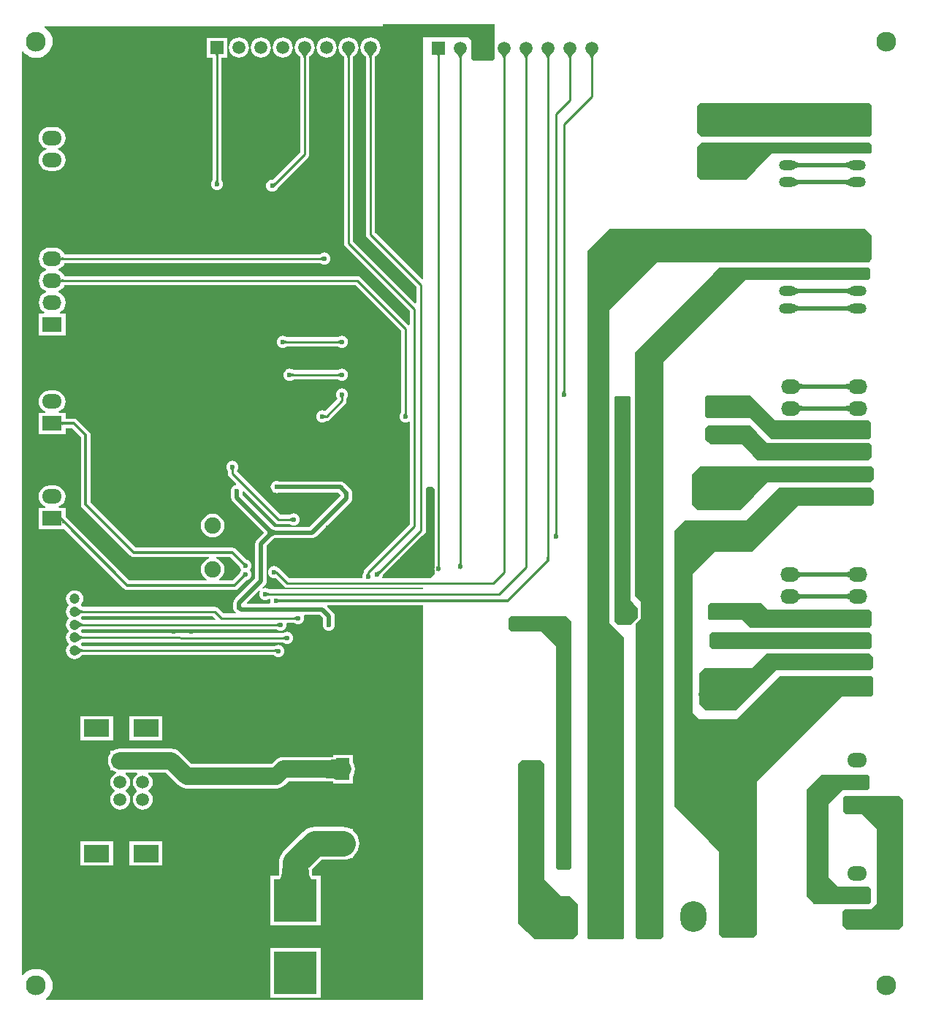
<source format=gbl>
G04 Layer_Physical_Order=2*
G04 Layer_Color=16711680*
%FSLAX44Y44*%
%MOMM*%
G71*
G01*
G75*
%ADD22C,0.2540*%
%ADD23C,0.5000*%
%ADD24C,1.0000*%
%ADD25C,0.3000*%
%ADD26O,2.2000X1.7000*%
%ADD27R,2.2000X1.7000*%
%ADD28R,2.0000X2.0000*%
%ADD29C,2.0000*%
%ADD30R,2.3000X1.7000*%
%ADD31O,2.3000X1.7000*%
%ADD32C,1.1999*%
%ADD33R,1.1999X1.1999*%
%ADD34R,1.5240X2.5400*%
%ADD35O,1.5240X2.5400*%
%ADD36O,3.0480X3.5560*%
%ADD37R,2.5400X1.5240*%
%ADD38O,2.5400X1.5240*%
%ADD39R,5.0000X5.0000*%
%ADD40O,2.0000X1.2000*%
%ADD41C,2.3000*%
%ADD42R,3.0000X2.0320*%
%ADD43C,1.5000*%
%ADD44R,1.5000X1.5000*%
%ADD45R,1.5000X1.5000*%
%ADD46C,1.9050*%
%ADD47C,0.6000*%
%ADD48C,1.2000*%
%ADD49C,3.0000*%
%ADD50C,2.0000*%
G36*
X302320Y-638344D02*
X300913Y-640529D01*
X300683Y-640312D01*
X300462Y-640130D01*
X300249Y-639983D01*
X300045Y-639870D01*
X299849Y-639793D01*
X299662Y-639750D01*
X299484Y-639741D01*
X299314Y-639768D01*
X299153Y-639829D01*
X299000Y-639925D01*
X299749Y-635991D01*
X302320Y-638344D01*
D02*
G37*
G36*
X483000Y-541000D02*
X483000Y-558000D01*
Y-633507D01*
X482902Y-634000D01*
X483000Y-634492D01*
Y-640000D01*
X478000Y-645000D01*
X476000Y-645000D01*
X436000D01*
X435867Y-644867D01*
X423146D01*
X422584Y-643728D01*
X422674Y-643610D01*
X423380Y-641907D01*
X423539Y-640700D01*
X434000Y-630239D01*
X441247Y-622991D01*
D01*
X441653Y-622586D01*
X442681Y-621558D01*
D01*
X443951Y-620288D01*
X468341Y-595898D01*
D01*
X468825Y-595414D01*
X468827Y-595412D01*
X473000Y-591239D01*
Y-559000D01*
Y-541000D01*
X475000Y-539000D01*
X479000D01*
X481000Y-539000D01*
X483000Y-541000D01*
D02*
G37*
G36*
X407678Y-638407D02*
X407703Y-638697D01*
X407745Y-638972D01*
X407803Y-639232D01*
X407878Y-639477D01*
X407969Y-639707D01*
X408077Y-639922D01*
X408201Y-640122D01*
X408342Y-640307D01*
X408500Y-640478D01*
X404300D01*
X404458Y-640307D01*
X404599Y-640122D01*
X404723Y-639922D01*
X404831Y-639707D01*
X404922Y-639477D01*
X404997Y-639232D01*
X405055Y-638972D01*
X405097Y-638697D01*
X405122Y-638407D01*
X405130Y-638102D01*
X407670D01*
X407678Y-638407D01*
D02*
G37*
G36*
X488959Y-629660D02*
X488986Y-629949D01*
X489032Y-630221D01*
X489095Y-630476D01*
X489177Y-630714D01*
X489277Y-630934D01*
X489396Y-631138D01*
X489532Y-631324D01*
X489687Y-631494D01*
X489860Y-631646D01*
X485684Y-632094D01*
X485821Y-631911D01*
X485945Y-631714D01*
X486054Y-631504D01*
X486148Y-631280D01*
X486228Y-631043D01*
X486294Y-630792D01*
X486345Y-630528D01*
X486381Y-630251D01*
X486403Y-629960D01*
X486410Y-629656D01*
X488950Y-629354D01*
X488959Y-629660D01*
D02*
G37*
G36*
X420653Y-637783D02*
X420443Y-638005D01*
X420256Y-638228D01*
X420090Y-638451D01*
X419948Y-638676D01*
X419827Y-638902D01*
X419729Y-639129D01*
X419653Y-639358D01*
X419600Y-639587D01*
X419569Y-639818D01*
X419560Y-640050D01*
X416590Y-637080D01*
X416822Y-637071D01*
X417053Y-637040D01*
X417282Y-636987D01*
X417510Y-636911D01*
X417738Y-636813D01*
X417964Y-636692D01*
X418189Y-636550D01*
X418413Y-636385D01*
X418635Y-636197D01*
X418857Y-635987D01*
X420653Y-637783D01*
D02*
G37*
G36*
X963566Y-670741D02*
X963504Y-670269D01*
X963319Y-669848D01*
X963011Y-669475D01*
X962579Y-669153D01*
X962024Y-668880D01*
X961346Y-668657D01*
X960545Y-668483D01*
X959620Y-668359D01*
X958572Y-668285D01*
X957400Y-668260D01*
Y-663260D01*
X958572Y-663235D01*
X960545Y-663037D01*
X961346Y-662863D01*
X962024Y-662640D01*
X962579Y-662367D01*
X963011Y-662045D01*
X963319Y-661672D01*
X963504Y-661251D01*
X963566Y-660779D01*
Y-670741D01*
D02*
G37*
G36*
X904376Y-661251D02*
X904561Y-661672D01*
X904869Y-662045D01*
X905301Y-662367D01*
X905855Y-662640D01*
X906534Y-662863D01*
X907335Y-663037D01*
X908260Y-663161D01*
X909308Y-663235D01*
X910480Y-663260D01*
Y-668260D01*
X909308Y-668285D01*
X907335Y-668483D01*
X906534Y-668657D01*
X905855Y-668880D01*
X905301Y-669153D01*
X904869Y-669475D01*
X904561Y-669848D01*
X904376Y-670269D01*
X904314Y-670741D01*
Y-660779D01*
X904376Y-661251D01*
D02*
G37*
G36*
X289333Y-660998D02*
X289518Y-661139D01*
X289718Y-661263D01*
X289933Y-661371D01*
X290163Y-661462D01*
X290408Y-661537D01*
X290668Y-661595D01*
X290943Y-661637D01*
X291233Y-661662D01*
X291538Y-661670D01*
Y-664210D01*
X291233Y-664218D01*
X290943Y-664243D01*
X290668Y-664285D01*
X290408Y-664343D01*
X290163Y-664417D01*
X289933Y-664509D01*
X289718Y-664617D01*
X289518Y-664741D01*
X289333Y-664882D01*
X289162Y-665040D01*
Y-660840D01*
X289333Y-660998D01*
D02*
G37*
G36*
X963566Y-645341D02*
X963504Y-644869D01*
X963319Y-644448D01*
X963011Y-644075D01*
X962579Y-643753D01*
X962024Y-643480D01*
X961346Y-643257D01*
X960545Y-643083D01*
X959620Y-642959D01*
X958572Y-642885D01*
X957400Y-642860D01*
Y-637860D01*
X958572Y-637835D01*
X960545Y-637637D01*
X961346Y-637463D01*
X962024Y-637240D01*
X962579Y-636967D01*
X963011Y-636645D01*
X963319Y-636272D01*
X963504Y-635851D01*
X963566Y-635379D01*
Y-645341D01*
D02*
G37*
G36*
X904376Y-635851D02*
X904561Y-636272D01*
X904869Y-636645D01*
X905301Y-636967D01*
X905855Y-637240D01*
X906534Y-637463D01*
X907335Y-637637D01*
X908260Y-637761D01*
X909308Y-637835D01*
X910480Y-637860D01*
Y-642860D01*
X909308Y-642885D01*
X907335Y-643083D01*
X906534Y-643257D01*
X905855Y-643480D01*
X905301Y-643753D01*
X904869Y-644075D01*
X904561Y-644448D01*
X904376Y-644869D01*
X904314Y-645341D01*
Y-635379D01*
X904376Y-635851D01*
D02*
G37*
G36*
X514350Y-626521D02*
X514358Y-626826D01*
X514382Y-627116D01*
X514423Y-627391D01*
X514479Y-627653D01*
X514552Y-627899D01*
X514640Y-628131D01*
X514745Y-628349D01*
X514866Y-628552D01*
X515003Y-628740D01*
X515156Y-628914D01*
X510958Y-628802D01*
X511120Y-628636D01*
X511265Y-628455D01*
X511392Y-628258D01*
X511503Y-628045D01*
X511597Y-627817D01*
X511674Y-627574D01*
X511733Y-627315D01*
X511776Y-627041D01*
X511801Y-626751D01*
X511810Y-626446D01*
X514350Y-626521D01*
D02*
G37*
G36*
X869000Y-453000D02*
X878000Y-462000D01*
X986000D01*
X989000Y-465000D01*
Y-475000D01*
Y-481000D01*
X986000Y-484000D01*
X874000D01*
X858000Y-468000D01*
X849000Y-459000D01*
X799000D01*
X797000Y-457000D01*
Y-435000D01*
X799000Y-433000D01*
X849000D01*
X869000Y-453000D01*
D02*
G37*
G36*
X849000Y-468000D02*
X857000Y-476000D01*
X869000Y-488000D01*
X987000D01*
X988000Y-489000D01*
X990000Y-491000D01*
Y-497000D01*
Y-504000D01*
X986000Y-508000D01*
X858000D01*
X852000Y-502000D01*
X840000Y-490000D01*
X803000D01*
X800000Y-487000D01*
X797000Y-484000D01*
X797000Y-471000D01*
X800000Y-468000D01*
X849000Y-468000D01*
D02*
G37*
G36*
X450858Y-452987D02*
X450883Y-453277D01*
X450925Y-453552D01*
X450983Y-453812D01*
X451058Y-454057D01*
X451149Y-454287D01*
X451257Y-454502D01*
X451381Y-454702D01*
X451522Y-454887D01*
X451680Y-455058D01*
X447480D01*
X447638Y-454887D01*
X447779Y-454702D01*
X447903Y-454502D01*
X448011Y-454287D01*
X448102Y-454057D01*
X448177Y-453812D01*
X448235Y-453552D01*
X448277Y-453277D01*
X448302Y-452987D01*
X448310Y-452682D01*
X450850D01*
X450858Y-452987D01*
D02*
G37*
G36*
X963566Y-452741D02*
X963504Y-452269D01*
X963319Y-451848D01*
X963011Y-451475D01*
X962579Y-451153D01*
X962024Y-450880D01*
X961346Y-450657D01*
X960545Y-450483D01*
X959620Y-450359D01*
X958572Y-450285D01*
X957400Y-450260D01*
Y-445260D01*
X958572Y-445235D01*
X960545Y-445037D01*
X961346Y-444863D01*
X962024Y-444640D01*
X962579Y-444367D01*
X963011Y-444044D01*
X963319Y-443672D01*
X963504Y-443251D01*
X963566Y-442779D01*
Y-452741D01*
D02*
G37*
G36*
X905376Y-443251D02*
X905561Y-443672D01*
X905869Y-444044D01*
X906301Y-444367D01*
X906855Y-444640D01*
X907534Y-444863D01*
X908335Y-445037D01*
X909260Y-445161D01*
X910308Y-445235D01*
X911480Y-445260D01*
Y-450260D01*
X910308Y-450285D01*
X908335Y-450483D01*
X907534Y-450657D01*
X906855Y-450880D01*
X906301Y-451153D01*
X905869Y-451475D01*
X905561Y-451848D01*
X905376Y-452269D01*
X905314Y-452741D01*
Y-442779D01*
X905376Y-443251D01*
D02*
G37*
G36*
X625278Y-591787D02*
X625303Y-592077D01*
X625345Y-592352D01*
X625403Y-592612D01*
X625477Y-592857D01*
X625569Y-593087D01*
X625677Y-593302D01*
X625801Y-593502D01*
X625942Y-593687D01*
X626100Y-593858D01*
X621900D01*
X622058Y-593687D01*
X622199Y-593502D01*
X622323Y-593302D01*
X622431Y-593087D01*
X622523Y-592857D01*
X622597Y-592612D01*
X622655Y-592352D01*
X622697Y-592077D01*
X622722Y-591787D01*
X622730Y-591482D01*
X625270D01*
X625278Y-591787D01*
D02*
G37*
G36*
X292862Y-586456D02*
X293613Y-587057D01*
X294393Y-587588D01*
X295203Y-588047D01*
X296042Y-588436D01*
X296910Y-588754D01*
X297807Y-589002D01*
X298734Y-589179D01*
X299690Y-589285D01*
X300676Y-589320D01*
Y-594320D01*
X299690Y-594355D01*
X298734Y-594461D01*
X297807Y-594638D01*
X296910Y-594886D01*
X296042Y-595204D01*
X295203Y-595593D01*
X294393Y-596052D01*
X293613Y-596583D01*
X292862Y-597184D01*
X292140Y-597855D01*
X287569Y-595355D01*
X288205Y-594648D01*
X288700Y-593941D01*
X289054Y-593234D01*
X289266Y-592527D01*
X289337Y-591820D01*
X289266Y-591113D01*
X289054Y-590406D01*
X288700Y-589699D01*
X288205Y-588992D01*
X287569Y-588284D01*
X292140Y-585784D01*
X292862Y-586456D01*
D02*
G37*
G36*
X317898Y-578680D02*
X317727Y-578522D01*
X317542Y-578381D01*
X317342Y-578257D01*
X317127Y-578149D01*
X316897Y-578058D01*
X316652Y-577983D01*
X316392Y-577925D01*
X316117Y-577883D01*
X315827Y-577858D01*
X315522Y-577850D01*
Y-575310D01*
X315827Y-575302D01*
X316117Y-575277D01*
X316392Y-575235D01*
X316652Y-575177D01*
X316897Y-575103D01*
X317127Y-575011D01*
X317342Y-574903D01*
X317542Y-574779D01*
X317727Y-574638D01*
X317898Y-574480D01*
Y-578680D01*
D02*
G37*
G36*
X250862Y-517933D02*
X250721Y-518118D01*
X250597Y-518318D01*
X250489Y-518533D01*
X250397Y-518763D01*
X250323Y-519008D01*
X250265Y-519268D01*
X250223Y-519543D01*
X250198Y-519833D01*
X250190Y-520138D01*
X247650D01*
X247642Y-519833D01*
X247617Y-519543D01*
X247575Y-519268D01*
X247517Y-519008D01*
X247442Y-518763D01*
X247351Y-518533D01*
X247243Y-518318D01*
X247119Y-518118D01*
X246978Y-517933D01*
X246820Y-517762D01*
X251020D01*
X250862Y-517933D01*
D02*
G37*
G36*
X992000Y-518000D02*
Y-519000D01*
Y-530000D01*
X988000Y-534000D01*
X869000D01*
X853000Y-550000D01*
X837000Y-566000D01*
X788000D01*
X784000Y-562000D01*
X781000Y-559000D01*
Y-548000D01*
Y-525000D01*
X784000Y-522000D01*
X791000Y-515000D01*
X989000D01*
X992000Y-518000D01*
D02*
G37*
G36*
X301991Y-668574D02*
X302141Y-668676D01*
X302313Y-668766D01*
X302506Y-668844D01*
X302720Y-668910D01*
X302957Y-668964D01*
X303215Y-669006D01*
X303494Y-669036D01*
X304118Y-669060D01*
Y-672060D01*
X303795Y-672066D01*
X303215Y-672114D01*
X302957Y-672156D01*
X302720Y-672210D01*
X302506Y-672276D01*
X302313Y-672354D01*
X302141Y-672444D01*
X301991Y-672546D01*
X301862Y-672660D01*
Y-668460D01*
X301991Y-668574D01*
D02*
G37*
G36*
X641000Y-694000D02*
X642000Y-695000D01*
Y-713000D01*
Y-980000D01*
X640000Y-982000D01*
X626000D01*
X624000Y-980000D01*
Y-910000D01*
Y-723000D01*
X613000Y-712000D01*
X607000Y-706000D01*
X572000D01*
X569000Y-703000D01*
Y-691000D01*
X571000Y-689000D01*
X636000D01*
X641000Y-694000D01*
D02*
G37*
G36*
X987000Y-874000D02*
Y-888000D01*
X985000Y-890000D01*
X956000D01*
X953000Y-893000D01*
X940000Y-906000D01*
Y-970000D01*
Y-991000D01*
X945000Y-996000D01*
X951000Y-1002000D01*
X986000D01*
X987000Y-1003000D01*
X989000Y-1005000D01*
Y-1008000D01*
Y-1020000D01*
X987000Y-1022000D01*
X923000D01*
X922000Y-1021000D01*
X914000Y-1013000D01*
Y-939000D01*
Y-890000D01*
X924000Y-880000D01*
X932000Y-872000D01*
X985000D01*
X987000Y-874000D01*
D02*
G37*
G36*
X988000Y-733000D02*
X991000Y-736000D01*
Y-737000D01*
Y-748000D01*
X988000Y-751000D01*
X879000D01*
X846000Y-784000D01*
X832000Y-798000D01*
X797000D01*
X793000Y-794000D01*
X790000Y-791000D01*
Y-755000D01*
X796000Y-749000D01*
X851000D01*
X853000Y-747000D01*
X868000Y-732000D01*
X987000D01*
X988000Y-733000D01*
D02*
G37*
G36*
X299736Y-730601D02*
X299603Y-730418D01*
X299450Y-730255D01*
X299278Y-730111D01*
X299087Y-729986D01*
X298877Y-729881D01*
X298647Y-729794D01*
X298398Y-729727D01*
X298129Y-729679D01*
X297841Y-729650D01*
X297534Y-729640D01*
X298122Y-727100D01*
X298426Y-727094D01*
X298997Y-727045D01*
X299263Y-727002D01*
X299516Y-726947D01*
X299756Y-726880D01*
X299984Y-726801D01*
X300198Y-726709D01*
X300400Y-726605D01*
X300589Y-726488D01*
X299736Y-730601D01*
D02*
G37*
G36*
X70893Y-724727D02*
X71997Y-725665D01*
X72531Y-726046D01*
X73055Y-726368D01*
X73567Y-726632D01*
X74068Y-726837D01*
X74558Y-726983D01*
X75036Y-727071D01*
X75503Y-727100D01*
Y-729640D01*
X75036Y-729670D01*
X74558Y-729758D01*
X74068Y-729904D01*
X73567Y-730109D01*
X73055Y-730373D01*
X72531Y-730695D01*
X71997Y-731076D01*
X71451Y-731515D01*
X70325Y-732570D01*
Y-724171D01*
X70893Y-724727D01*
D02*
G37*
G36*
X610000Y-860000D02*
Y-954000D01*
Y-993000D01*
X630000Y-1013000D01*
X640000D01*
X645000Y-1018000D01*
X649000Y-1022000D01*
Y-1048000D01*
Y-1057000D01*
X645000Y-1061000D01*
X643000Y-1063000D01*
X599000D01*
X590000Y-1054000D01*
X580000Y-1044000D01*
Y-880000D01*
Y-860000D01*
X581000Y-859000D01*
X585000Y-855000D01*
X605000D01*
X610000Y-860000D01*
D02*
G37*
G36*
X988000Y-287000D02*
Y-297000D01*
X986000Y-299000D01*
X843000D01*
X811000Y-331000D01*
X748000Y-394000D01*
Y-1053000D01*
Y-1060000D01*
X745000Y-1063000D01*
X719000Y-1063000D01*
X716000Y-1060000D01*
X716000Y-697000D01*
X722000Y-691000D01*
Y-673000D01*
Y-672000D01*
X717000Y-667000D01*
X715000Y-665000D01*
Y-649000D01*
Y-383000D01*
X806000Y-292000D01*
X813000Y-285000D01*
X986000D01*
X988000Y-287000D01*
D02*
G37*
G36*
X987000Y-245000D02*
X990000Y-248000D01*
Y-268000D01*
Y-275000D01*
X988000Y-277000D01*
X986000Y-279000D01*
X741000D01*
X693000Y-327000D01*
X686000Y-334000D01*
X686000Y-697000D01*
X699000Y-710000D01*
X703000Y-714000D01*
Y-1055000D01*
Y-1061000D01*
X701000Y-1063000D01*
X662000D01*
X660000Y-1061000D01*
Y-266000D01*
X670000Y-256000D01*
X686000Y-240000D01*
X982000D01*
X987000Y-245000D01*
D02*
G37*
G36*
X1025000Y-900000D02*
X1026000Y-901000D01*
Y-917000D01*
Y-1047000D01*
X1023000Y-1050000D01*
X1021000Y-1052000D01*
X961000D01*
X957000Y-1048000D01*
X956000Y-1047000D01*
Y-1041000D01*
Y-1031000D01*
X957000Y-1030000D01*
X959000Y-1028000D01*
X989000D01*
X993000Y-1024000D01*
X996000Y-1021000D01*
Y-966000D01*
Y-936000D01*
X986000Y-926000D01*
X978000Y-918000D01*
X960000D01*
X957000Y-915000D01*
Y-901000D01*
Y-899000D01*
X959000Y-897000D01*
X1022000D01*
X1025000Y-900000D01*
D02*
G37*
G36*
X992000Y-543000D02*
Y-554000D01*
Y-558000D01*
X989000Y-561000D01*
X904000D01*
X879000Y-586000D01*
X851000Y-614000D01*
X808000D01*
X796000Y-626000D01*
X782000Y-640000D01*
Y-781000D01*
Y-800000D01*
X786000Y-804000D01*
X790000Y-808000D01*
X833000D01*
X877000Y-764000D01*
X883000Y-758000D01*
X989000D01*
X991000Y-760000D01*
Y-762000D01*
X991000Y-780000D01*
X989000Y-782000D01*
X986000Y-782000D01*
X955000D01*
X896000Y-841000D01*
X857000Y-880000D01*
Y-1032000D01*
X857000Y-1057000D01*
X853000Y-1061000D01*
X836000Y-1061000D01*
X817000D01*
X813000Y-1057000D01*
X813000Y-1035000D01*
Y-961000D01*
X801000Y-949000D01*
X761000Y-909000D01*
Y-672000D01*
Y-590000D01*
X764000Y-587000D01*
X773000Y-578000D01*
X844000D01*
X866000Y-556000D01*
X882000Y-540000D01*
X989000D01*
X992000Y-543000D01*
D02*
G37*
G36*
X973000Y-707000D02*
X987000D01*
X990000Y-710000D01*
Y-714000D01*
Y-724000D01*
X987000Y-727000D01*
X899000D01*
X805000Y-727000D01*
X802000Y-724000D01*
X802000Y-718000D01*
X802000Y-710000D01*
X805000Y-707000D01*
X973000Y-707000D01*
D02*
G37*
G36*
X229440Y-691826D02*
X228955Y-693000D01*
X74521D01*
X73172Y-691241D01*
Y-690519D01*
X74521Y-688760D01*
X226374D01*
X229440Y-691826D01*
D02*
G37*
G36*
X709000Y-434000D02*
X710000Y-435000D01*
X710000Y-655000D01*
Y-670000D01*
X714000Y-674000D01*
X719000Y-679000D01*
Y-683000D01*
Y-690000D01*
X713000Y-696000D01*
X710000Y-699000D01*
X707000D01*
X696000Y-699000D01*
X692000Y-695000D01*
X692000Y-657000D01*
Y-656000D01*
Y-437000D01*
Y-435000D01*
X693000Y-434000D01*
X700000D01*
X709000Y-434000D01*
D02*
G37*
G36*
X322978Y-692980D02*
X322807Y-692822D01*
X322622Y-692681D01*
X322422Y-692557D01*
X322207Y-692449D01*
X321977Y-692357D01*
X321732Y-692283D01*
X321472Y-692225D01*
X321197Y-692183D01*
X320907Y-692158D01*
X320602Y-692150D01*
Y-689610D01*
X320907Y-689602D01*
X321197Y-689577D01*
X321472Y-689535D01*
X321732Y-689477D01*
X321977Y-689402D01*
X322207Y-689311D01*
X322422Y-689203D01*
X322622Y-689079D01*
X322807Y-688938D01*
X322978Y-688780D01*
Y-692980D01*
D02*
G37*
G36*
X280628Y-660080D02*
X280200Y-661113D01*
X279960Y-662940D01*
X280200Y-664767D01*
X280905Y-666470D01*
X282028Y-667932D01*
X283490Y-669054D01*
X285193Y-669760D01*
X287020Y-670000D01*
X288847Y-669760D01*
X290550Y-669054D01*
X291516Y-668313D01*
X291787D01*
X292788Y-669583D01*
X292660Y-670560D01*
X292900Y-672387D01*
X293110Y-672894D01*
X292261Y-674164D01*
X266407D01*
X265921Y-672991D01*
X279551Y-659360D01*
X280628Y-660080D01*
D02*
G37*
G36*
X70893Y-679744D02*
X71997Y-680682D01*
X72531Y-681062D01*
X73055Y-681385D01*
X73567Y-681648D01*
X74068Y-681853D01*
X74558Y-682000D01*
X75036Y-682088D01*
X75503Y-682117D01*
Y-684657D01*
X75036Y-684686D01*
X74558Y-684774D01*
X74068Y-684921D01*
X73567Y-685126D01*
X73055Y-685389D01*
X72531Y-685712D01*
X71997Y-686093D01*
X71451Y-686532D01*
X70325Y-687587D01*
Y-679187D01*
X70893Y-679744D01*
D02*
G37*
G36*
X310275Y-715837D02*
X310105Y-715679D01*
X309920Y-715538D01*
X309720Y-715413D01*
X309505Y-715305D01*
X309275Y-715213D01*
X309030Y-715138D01*
X308770Y-715079D01*
X308495Y-715038D01*
X308205Y-715012D01*
X307900Y-715004D01*
X307904Y-712464D01*
X308209Y-712456D01*
X308499Y-712431D01*
X308774Y-712390D01*
X309034Y-712332D01*
X309279Y-712258D01*
X309509Y-712167D01*
X309725Y-712059D01*
X309925Y-711935D01*
X310110Y-711794D01*
X310281Y-711637D01*
X310275Y-715837D01*
D02*
G37*
G36*
X70898Y-709748D02*
X72000Y-710687D01*
X72535Y-711069D01*
X73058Y-711392D01*
X73570Y-711656D01*
X74070Y-711862D01*
X74560Y-712010D01*
X75038Y-712098D01*
X75505Y-712128D01*
X75501Y-714668D01*
X75034Y-714697D01*
X74556Y-714784D01*
X74066Y-714930D01*
X73565Y-715134D01*
X73052Y-715397D01*
X72528Y-715718D01*
X71993Y-716098D01*
X71446Y-716537D01*
X70318Y-717590D01*
X70331Y-709191D01*
X70898Y-709748D01*
D02*
G37*
G36*
X70893Y-694730D02*
X71997Y-695667D01*
X72531Y-696048D01*
X73055Y-696371D01*
X73567Y-696634D01*
X74068Y-696839D01*
X74558Y-696986D01*
X75036Y-697074D01*
X75503Y-697103D01*
Y-699643D01*
X75036Y-699672D01*
X74558Y-699760D01*
X74068Y-699907D01*
X73567Y-700112D01*
X73055Y-700375D01*
X72531Y-700698D01*
X71997Y-701078D01*
X71451Y-701518D01*
X70325Y-702573D01*
Y-694173D01*
X70893Y-694730D01*
D02*
G37*
G36*
X302571Y-700507D02*
X302407Y-700343D01*
X302228Y-700196D01*
X302033Y-700067D01*
X301822Y-699954D01*
X301595Y-699859D01*
X301353Y-699781D01*
X301095Y-699721D01*
X300821Y-699678D01*
X300532Y-699652D01*
X300226Y-699643D01*
X300345Y-697103D01*
X300650Y-697095D01*
X300940Y-697071D01*
X301216Y-697032D01*
X301478Y-696976D01*
X301725Y-696905D01*
X301958Y-696818D01*
X302177Y-696715D01*
X302382Y-696596D01*
X302572Y-696462D01*
X302748Y-696311D01*
X302571Y-700507D01*
D02*
G37*
G36*
X866000Y-678000D02*
X869000Y-681000D01*
X987000D01*
X990000Y-684000D01*
Y-697000D01*
Y-699000D01*
X988000Y-701000D01*
X987000Y-702000D01*
X849000D01*
X842000Y-695000D01*
X840000Y-693000D01*
X802000D01*
X800000Y-691000D01*
Y-676000D01*
X803000Y-673000D01*
X861000D01*
X866000Y-678000D01*
D02*
G37*
G36*
X965107Y-190847D02*
X964491Y-190375D01*
X963854Y-189952D01*
X963195Y-189579D01*
X962517Y-189256D01*
X961817Y-188982D01*
X961097Y-188758D01*
X960356Y-188584D01*
X959594Y-188459D01*
X958811Y-188385D01*
X958008Y-188360D01*
Y-183360D01*
X958811Y-183335D01*
X959594Y-183260D01*
X960356Y-183136D01*
X961097Y-182962D01*
X961817Y-182738D01*
X962517Y-182465D01*
X963195Y-182141D01*
X963854Y-181768D01*
X964491Y-181345D01*
X965107Y-180872D01*
Y-190847D01*
D02*
G37*
G36*
X900389Y-181345D02*
X901027Y-181768D01*
X901685Y-182141D01*
X902363Y-182465D01*
X903063Y-182738D01*
X903783Y-182962D01*
X904525Y-183136D01*
X905286Y-183260D01*
X906069Y-183335D01*
X906872Y-183360D01*
Y-188360D01*
X906069Y-188385D01*
X905286Y-188459D01*
X904525Y-188584D01*
X903783Y-188758D01*
X903063Y-188982D01*
X902363Y-189256D01*
X901685Y-189579D01*
X901027Y-189952D01*
X900389Y-190375D01*
X899772Y-190847D01*
Y-180872D01*
X900389Y-181345D01*
D02*
G37*
G36*
Y-161345D02*
X901027Y-161768D01*
X901685Y-162141D01*
X902363Y-162465D01*
X903063Y-162738D01*
X903783Y-162962D01*
X904525Y-163136D01*
X905286Y-163260D01*
X906069Y-163335D01*
X906872Y-163360D01*
Y-168360D01*
X906069Y-168385D01*
X905286Y-168459D01*
X904525Y-168584D01*
X903783Y-168758D01*
X903063Y-168982D01*
X902363Y-169256D01*
X901685Y-169579D01*
X901027Y-169952D01*
X900389Y-170375D01*
X899772Y-170847D01*
Y-160872D01*
X900389Y-161345D01*
D02*
G37*
G36*
X987000Y-140000D02*
X990000Y-143000D01*
X990000Y-146000D01*
Y-151000D01*
X988000Y-153000D01*
X874000D01*
X855000Y-172000D01*
X844000Y-183000D01*
X791000D01*
X788000Y-180000D01*
X787000Y-179000D01*
Y-163000D01*
X787000Y-145000D01*
X792000Y-140000D01*
X887000Y-140000D01*
X975000D01*
X987000Y-140000D01*
D02*
G37*
G36*
X353663Y-276611D02*
X353481Y-276470D01*
X353285Y-276344D01*
X353076Y-276233D01*
X352853Y-276137D01*
X352617Y-276055D01*
X352367Y-275989D01*
X352104Y-275937D01*
X351826Y-275900D01*
X351536Y-275877D01*
X351231Y-275870D01*
X350968Y-273330D01*
X351274Y-273321D01*
X351563Y-273294D01*
X351835Y-273249D01*
X352091Y-273186D01*
X352329Y-273105D01*
X352551Y-273006D01*
X352757Y-272889D01*
X352945Y-272754D01*
X353116Y-272600D01*
X353271Y-272429D01*
X353663Y-276611D01*
D02*
G37*
G36*
X51027Y-297708D02*
X51113Y-297923D01*
X51256Y-298112D01*
X51456Y-298276D01*
X51713Y-298415D01*
X52028Y-298528D01*
X52399Y-298617D01*
X52828Y-298680D01*
X53314Y-298717D01*
X53857Y-298730D01*
Y-301270D01*
X53314Y-301283D01*
X52828Y-301320D01*
X52399Y-301383D01*
X52028Y-301472D01*
X51713Y-301585D01*
X51456Y-301724D01*
X51256Y-301888D01*
X51113Y-302077D01*
X51027Y-302292D01*
X50999Y-302531D01*
Y-297469D01*
X51027Y-297708D01*
D02*
G37*
G36*
X966107Y-316847D02*
X965491Y-316375D01*
X964854Y-315952D01*
X964195Y-315579D01*
X963517Y-315256D01*
X962817Y-314982D01*
X962097Y-314758D01*
X961356Y-314584D01*
X960594Y-314459D01*
X959811Y-314385D01*
X959007Y-314360D01*
Y-309360D01*
X959811Y-309335D01*
X960594Y-309261D01*
X961356Y-309136D01*
X962097Y-308962D01*
X962817Y-308738D01*
X963517Y-308465D01*
X964195Y-308141D01*
X964854Y-307768D01*
X965491Y-307345D01*
X966107Y-306873D01*
Y-316847D01*
D02*
G37*
G36*
X413394Y-36124D02*
X412120Y-37583D01*
X411603Y-38274D01*
X411165Y-38941D01*
X410807Y-39581D01*
X410528Y-40197D01*
X410329Y-40787D01*
X410210Y-41352D01*
X410170Y-41892D01*
X407630D01*
X407590Y-41352D01*
X407471Y-40787D01*
X407272Y-40197D01*
X406993Y-39581D01*
X406635Y-38941D01*
X406197Y-38274D01*
X405680Y-37583D01*
X404406Y-36124D01*
X403650Y-35356D01*
X414150D01*
X413394Y-36124D01*
D02*
G37*
G36*
X51027Y-272309D02*
X51113Y-272523D01*
X51256Y-272712D01*
X51456Y-272876D01*
X51713Y-273015D01*
X52028Y-273128D01*
X52399Y-273216D01*
X52828Y-273280D01*
X53314Y-273317D01*
X53857Y-273330D01*
Y-275870D01*
X53314Y-275883D01*
X52828Y-275921D01*
X52399Y-275984D01*
X52028Y-276072D01*
X51713Y-276185D01*
X51456Y-276324D01*
X51256Y-276488D01*
X51113Y-276677D01*
X51027Y-276891D01*
X50999Y-277131D01*
Y-272069D01*
X51027Y-272309D01*
D02*
G37*
G36*
X965107Y-170847D02*
X964491Y-170375D01*
X963854Y-169952D01*
X963195Y-169579D01*
X962517Y-169256D01*
X961817Y-168982D01*
X961097Y-168758D01*
X960356Y-168584D01*
X959594Y-168459D01*
X958811Y-168385D01*
X958008Y-168360D01*
Y-163360D01*
X958811Y-163335D01*
X959594Y-163260D01*
X960356Y-163136D01*
X961097Y-162962D01*
X961817Y-162738D01*
X962517Y-162465D01*
X963195Y-162141D01*
X963854Y-161768D01*
X964491Y-161345D01*
X965107Y-160872D01*
Y-170847D01*
D02*
G37*
G36*
X644574Y-36604D02*
X643300Y-38063D01*
X642783Y-38754D01*
X642345Y-39421D01*
X641987Y-40061D01*
X641708Y-40677D01*
X641509Y-41267D01*
X641390Y-41832D01*
X641350Y-42372D01*
X638810D01*
X638770Y-41832D01*
X638651Y-41267D01*
X638452Y-40677D01*
X638173Y-40061D01*
X637815Y-39421D01*
X637377Y-38754D01*
X636860Y-38063D01*
X635586Y-36604D01*
X634830Y-35836D01*
X645330D01*
X644574Y-36604D01*
D02*
G37*
G36*
X619174D02*
X617900Y-38063D01*
X617383Y-38754D01*
X616945Y-39421D01*
X616587Y-40061D01*
X616308Y-40677D01*
X616109Y-41267D01*
X615990Y-41832D01*
X615950Y-42372D01*
X613410D01*
X613370Y-41832D01*
X613251Y-41267D01*
X613052Y-40677D01*
X612773Y-40061D01*
X612415Y-39421D01*
X611977Y-38754D01*
X611460Y-38063D01*
X610186Y-36604D01*
X609430Y-35836D01*
X619930D01*
X619174Y-36604D01*
D02*
G37*
G36*
X387994Y-36124D02*
X386720Y-37583D01*
X386203Y-38274D01*
X385765Y-38941D01*
X385407Y-39581D01*
X385128Y-40197D01*
X384929Y-40787D01*
X384810Y-41352D01*
X384770Y-41892D01*
X382230D01*
X382190Y-41352D01*
X382071Y-40787D01*
X381872Y-40197D01*
X381593Y-39581D01*
X381235Y-38941D01*
X380797Y-38274D01*
X380280Y-37583D01*
X379006Y-36124D01*
X378250Y-35356D01*
X388750D01*
X387994Y-36124D01*
D02*
G37*
G36*
X669974Y-36604D02*
X668700Y-38063D01*
X668183Y-38754D01*
X667745Y-39421D01*
X667387Y-40061D01*
X667108Y-40677D01*
X666909Y-41267D01*
X666790Y-41832D01*
X666750Y-42372D01*
X664210D01*
X664170Y-41832D01*
X664051Y-41267D01*
X663852Y-40677D01*
X663573Y-40061D01*
X663215Y-39421D01*
X662777Y-38754D01*
X662260Y-38063D01*
X660986Y-36604D01*
X660230Y-35836D01*
X670730D01*
X669974Y-36604D01*
D02*
G37*
G36*
X593774D02*
X592500Y-38063D01*
X591983Y-38754D01*
X591545Y-39421D01*
X591187Y-40061D01*
X590908Y-40677D01*
X590709Y-41267D01*
X590590Y-41832D01*
X590550Y-42372D01*
X588010D01*
X587970Y-41832D01*
X587851Y-41267D01*
X587652Y-40677D01*
X587373Y-40061D01*
X587015Y-39421D01*
X586577Y-38754D01*
X586060Y-38063D01*
X584786Y-36604D01*
X584030Y-35836D01*
X594530D01*
X593774Y-36604D01*
D02*
G37*
G36*
X553000Y-22000D02*
X553000Y-43000D01*
X551000Y-45000D01*
X534000D01*
X527999Y-45000D01*
X526000Y-43002D01*
X526000Y-30000D01*
Y-22000D01*
X522000Y-18000D01*
X470000D01*
Y-298182D01*
X468827Y-298668D01*
X414273Y-244114D01*
Y-40222D01*
X414700Y-40045D01*
X417102Y-38202D01*
X418945Y-35800D01*
X420104Y-33002D01*
X420499Y-30000D01*
X420104Y-26998D01*
X418945Y-24200D01*
X417102Y-21798D01*
X414700Y-19955D01*
X411902Y-18796D01*
X408900Y-18401D01*
X405898Y-18796D01*
X403100Y-19955D01*
X400698Y-21798D01*
X398855Y-24200D01*
X397696Y-26998D01*
X397301Y-30000D01*
X397696Y-33002D01*
X398855Y-35800D01*
X400698Y-38202D01*
X403100Y-40045D01*
X403527Y-40222D01*
Y-246340D01*
X403936Y-248396D01*
X405101Y-250140D01*
X461987Y-307026D01*
Y-325728D01*
X460813Y-326214D01*
X388873Y-254274D01*
Y-40222D01*
X389300Y-40045D01*
X391702Y-38202D01*
X393545Y-35800D01*
X394704Y-33002D01*
X395099Y-30000D01*
X394704Y-26998D01*
X393545Y-24200D01*
X391702Y-21798D01*
X389300Y-19955D01*
X386502Y-18796D01*
X383500Y-18401D01*
X380498Y-18796D01*
X377700Y-19955D01*
X375298Y-21798D01*
X373455Y-24200D01*
X372296Y-26998D01*
X371901Y-30000D01*
X372296Y-33002D01*
X373455Y-35800D01*
X375298Y-38202D01*
X377700Y-40045D01*
X378127Y-40222D01*
Y-256500D01*
X378536Y-258556D01*
X379701Y-260299D01*
X454367Y-334966D01*
Y-351118D01*
X453097Y-351518D01*
X397780Y-296201D01*
X396036Y-295036D01*
X393980Y-294627D01*
X54266D01*
X53799Y-293499D01*
X51733Y-290807D01*
X49041Y-288741D01*
X47222Y-287987D01*
Y-286613D01*
X49041Y-285859D01*
X51733Y-283793D01*
X53799Y-281101D01*
X54266Y-279973D01*
X351469D01*
X352070Y-280434D01*
X353773Y-281140D01*
X355600Y-281380D01*
X357427Y-281140D01*
X359130Y-280434D01*
X360592Y-279312D01*
X361715Y-277850D01*
X362420Y-276147D01*
X362660Y-274320D01*
X362420Y-272493D01*
X361715Y-270790D01*
X360592Y-269328D01*
X359130Y-268206D01*
X357427Y-267500D01*
X355600Y-267260D01*
X353773Y-267500D01*
X352070Y-268206D01*
X350739Y-269227D01*
X54266D01*
X53799Y-268099D01*
X51733Y-265407D01*
X49041Y-263341D01*
X45905Y-262042D01*
X42540Y-261599D01*
X37460D01*
X34095Y-262042D01*
X30959Y-263341D01*
X28267Y-265407D01*
X26201Y-268099D01*
X24902Y-271235D01*
X24459Y-274600D01*
X24902Y-277965D01*
X26201Y-281101D01*
X28267Y-283793D01*
X30959Y-285859D01*
X32778Y-286613D01*
Y-287987D01*
X30959Y-288741D01*
X28267Y-290807D01*
X26201Y-293499D01*
X24902Y-296635D01*
X24459Y-300000D01*
X24902Y-303365D01*
X26201Y-306501D01*
X28267Y-309193D01*
X30959Y-311259D01*
X32778Y-312013D01*
Y-313387D01*
X30959Y-314141D01*
X28267Y-316207D01*
X26201Y-318899D01*
X24902Y-322035D01*
X24459Y-325400D01*
X24902Y-328765D01*
X26201Y-331901D01*
X28267Y-334593D01*
X30934Y-336640D01*
X30946Y-336732D01*
X30670Y-337910D01*
X24570D01*
Y-363690D01*
X55430D01*
Y-337910D01*
X49330D01*
X49054Y-336732D01*
X49066Y-336640D01*
X51733Y-334593D01*
X53799Y-331901D01*
X55098Y-328765D01*
X55541Y-325400D01*
X55098Y-322035D01*
X53799Y-318899D01*
X51733Y-316207D01*
X49041Y-314141D01*
X47222Y-313387D01*
Y-312013D01*
X49041Y-311259D01*
X51733Y-309193D01*
X53799Y-306501D01*
X54266Y-305373D01*
X391754D01*
X444207Y-357826D01*
Y-452704D01*
X443465Y-453670D01*
X442760Y-455373D01*
X442520Y-457200D01*
X442760Y-459027D01*
X443465Y-460730D01*
X444588Y-462192D01*
X446050Y-463315D01*
X447753Y-464020D01*
X449580Y-464260D01*
X451407Y-464020D01*
X453110Y-463315D01*
X453228Y-463224D01*
X454367Y-463786D01*
Y-581974D01*
X402601Y-633741D01*
X401436Y-635484D01*
X401027Y-637540D01*
Y-638124D01*
X400285Y-639090D01*
X399580Y-640793D01*
X399340Y-642620D01*
X399468Y-643597D01*
X398467Y-644867D01*
X314646D01*
X303519Y-633741D01*
X302634Y-633149D01*
X302172Y-632548D01*
X300710Y-631426D01*
X299007Y-630720D01*
X297180Y-630480D01*
X295353Y-630720D01*
X293650Y-631426D01*
X292188Y-632548D01*
X291066Y-634010D01*
X290360Y-635713D01*
X290120Y-637540D01*
X290360Y-639367D01*
X291066Y-641070D01*
X292188Y-642532D01*
X293650Y-643654D01*
X295353Y-644360D01*
X297180Y-644600D01*
X298949Y-644368D01*
X308620Y-654040D01*
X310364Y-655204D01*
X312420Y-655613D01*
X470000D01*
Y-657567D01*
X291516D01*
X290550Y-656825D01*
X288847Y-656120D01*
X287020Y-655880D01*
X285193Y-656120D01*
X284160Y-656548D01*
X283440Y-655471D01*
X286576Y-652336D01*
X287618Y-650978D01*
X288273Y-649397D01*
X288496Y-647700D01*
Y-607236D01*
X297356Y-598376D01*
X341180D01*
X342877Y-598153D01*
X344458Y-597498D01*
X345816Y-596456D01*
X385636Y-556636D01*
X386678Y-555278D01*
X387333Y-553697D01*
X387556Y-552000D01*
Y-548564D01*
X387820Y-547927D01*
X388060Y-546100D01*
X387820Y-544273D01*
X387114Y-542570D01*
X385992Y-541108D01*
X384530Y-539986D01*
X383894Y-539722D01*
X378542Y-534370D01*
X377184Y-533328D01*
X375603Y-532673D01*
X373906Y-532450D01*
X302710D01*
X302073Y-532186D01*
X300246Y-531946D01*
X298419Y-532186D01*
X296716Y-532892D01*
X295254Y-534014D01*
X294132Y-535476D01*
X293426Y-537179D01*
X293186Y-539006D01*
X293426Y-540833D01*
X294132Y-542536D01*
X295254Y-543998D01*
X296716Y-545121D01*
X298419Y-545826D01*
X300246Y-546066D01*
X302073Y-545826D01*
X302710Y-545562D01*
X371190D01*
X374444Y-548816D01*
Y-549284D01*
X338464Y-585264D01*
X297356D01*
X260556Y-548464D01*
Y-546024D01*
X260820Y-545387D01*
X260919Y-544634D01*
X262260Y-544179D01*
X298461Y-580379D01*
X300204Y-581544D01*
X302260Y-581953D01*
X315544D01*
X316510Y-582695D01*
X318213Y-583400D01*
X320040Y-583640D01*
X321867Y-583400D01*
X323570Y-582695D01*
X325032Y-581572D01*
X326155Y-580110D01*
X326860Y-578407D01*
X327100Y-576580D01*
X326860Y-574753D01*
X326155Y-573050D01*
X325032Y-571588D01*
X323570Y-570466D01*
X321867Y-569760D01*
X320040Y-569520D01*
X318213Y-569760D01*
X316510Y-570466D01*
X315544Y-571207D01*
X304486D01*
X254293Y-521014D01*
Y-520116D01*
X255035Y-519150D01*
X255740Y-517447D01*
X255980Y-515620D01*
X255740Y-513793D01*
X255035Y-512090D01*
X253912Y-510628D01*
X252450Y-509506D01*
X250747Y-508800D01*
X248920Y-508560D01*
X247093Y-508800D01*
X245390Y-509506D01*
X243928Y-510628D01*
X242806Y-512090D01*
X242100Y-513793D01*
X241860Y-515620D01*
X242100Y-517447D01*
X242806Y-519150D01*
X243547Y-520116D01*
Y-523240D01*
X243956Y-525296D01*
X245121Y-527039D01*
X253381Y-535300D01*
X252926Y-536641D01*
X252173Y-536740D01*
X250470Y-537445D01*
X249008Y-538568D01*
X247885Y-540030D01*
X247180Y-541733D01*
X246940Y-543560D01*
X247180Y-545387D01*
X247444Y-546024D01*
Y-551180D01*
X247667Y-552877D01*
X248322Y-554458D01*
X249364Y-555816D01*
X285368Y-591820D01*
X277304Y-599884D01*
X276262Y-601242D01*
X275607Y-602823D01*
X275384Y-604520D01*
Y-644984D01*
X251904Y-668464D01*
X250862Y-669822D01*
X250207Y-671403D01*
X249984Y-673100D01*
Y-675716D01*
X249720Y-676353D01*
X249480Y-678180D01*
X249720Y-680007D01*
X250425Y-681710D01*
X251548Y-683172D01*
X252935Y-684237D01*
X252942Y-684371D01*
X252313Y-685507D01*
X238319D01*
X232400Y-679587D01*
X230656Y-678423D01*
X228600Y-678014D01*
X74521D01*
X73172Y-676255D01*
Y-675507D01*
X74774Y-673419D01*
X75782Y-670986D01*
X76126Y-668376D01*
X75782Y-665765D01*
X74774Y-663333D01*
X73172Y-661244D01*
X71083Y-659641D01*
X68650Y-658633D01*
X66040Y-658290D01*
X63430Y-658633D01*
X60997Y-659641D01*
X58908Y-661244D01*
X57305Y-663333D01*
X56298Y-665765D01*
X55954Y-668376D01*
X56298Y-670986D01*
X57305Y-673419D01*
X58908Y-675507D01*
Y-676255D01*
X57305Y-678344D01*
X56298Y-680777D01*
X55954Y-683387D01*
X56298Y-685997D01*
X57305Y-688430D01*
X58908Y-690519D01*
Y-691241D01*
X57305Y-693330D01*
X56298Y-695763D01*
X55954Y-698373D01*
X56298Y-700983D01*
X57305Y-703416D01*
X58908Y-705505D01*
Y-706253D01*
X57305Y-708342D01*
X56298Y-710774D01*
X55954Y-713384D01*
X56298Y-715995D01*
X57305Y-718427D01*
X58908Y-720516D01*
Y-721239D01*
X57305Y-723327D01*
X56298Y-725760D01*
X55954Y-728370D01*
X56298Y-730981D01*
X57305Y-733413D01*
X58908Y-735502D01*
X60997Y-737105D01*
X63430Y-738112D01*
X66040Y-738456D01*
X68650Y-738112D01*
X71083Y-737105D01*
X73172Y-735502D01*
X74521Y-733744D01*
X297092D01*
X297268Y-733972D01*
X298730Y-735095D01*
X300433Y-735800D01*
X302260Y-736040D01*
X304087Y-735800D01*
X305790Y-735095D01*
X307252Y-733972D01*
X308375Y-732510D01*
X309080Y-730807D01*
X309320Y-728980D01*
X309080Y-727153D01*
X308375Y-725450D01*
X307252Y-723988D01*
X305790Y-722866D01*
X304087Y-722160D01*
X302260Y-721920D01*
X300433Y-722160D01*
X298730Y-722866D01*
X298558Y-722997D01*
X74521D01*
X73172Y-721239D01*
Y-720516D01*
X74512Y-718770D01*
X307915Y-719107D01*
X308890Y-719855D01*
X310593Y-720560D01*
X312420Y-720800D01*
X314247Y-720560D01*
X315950Y-719855D01*
X317412Y-718732D01*
X318535Y-717270D01*
X319240Y-715567D01*
X319480Y-713740D01*
X319240Y-711913D01*
X318535Y-710210D01*
X317412Y-708748D01*
X315950Y-707626D01*
X314247Y-706920D01*
X312420Y-706680D01*
X310593Y-706920D01*
X308890Y-707626D01*
X307932Y-708360D01*
X74530Y-708023D01*
X73172Y-706253D01*
Y-705505D01*
X74521Y-703746D01*
X300138D01*
X301270Y-704614D01*
X302973Y-705320D01*
X304800Y-705560D01*
X306627Y-705320D01*
X308330Y-704614D01*
X309792Y-703492D01*
X310914Y-702030D01*
X311620Y-700327D01*
X311860Y-698500D01*
X311732Y-697523D01*
X312733Y-696253D01*
X320624D01*
X321590Y-696994D01*
X323293Y-697700D01*
X325120Y-697940D01*
X326947Y-697700D01*
X328650Y-696994D01*
X330112Y-695872D01*
X331235Y-694410D01*
X331940Y-692707D01*
X332180Y-690880D01*
X331940Y-689053D01*
X331730Y-688546D01*
X332579Y-687276D01*
X350004D01*
X354124Y-691396D01*
Y-696036D01*
X353860Y-696673D01*
X353620Y-698500D01*
X353860Y-700327D01*
X354566Y-702030D01*
X355688Y-703492D01*
X357150Y-704614D01*
X358853Y-705320D01*
X360680Y-705560D01*
X362507Y-705320D01*
X364210Y-704614D01*
X365672Y-703492D01*
X366795Y-702030D01*
X367500Y-700327D01*
X367740Y-698500D01*
X367500Y-696673D01*
X367236Y-696036D01*
Y-688680D01*
X367013Y-686983D01*
X366358Y-685402D01*
X365316Y-684044D01*
X358613Y-677341D01*
X359099Y-676168D01*
X470000D01*
Y-845000D01*
Y-1132806D01*
X33316D01*
X32862Y-1131536D01*
X34940Y-1129830D01*
X37314Y-1126937D01*
X39079Y-1123636D01*
X40165Y-1120055D01*
X40532Y-1116330D01*
X40165Y-1112605D01*
X39079Y-1109024D01*
X37314Y-1105723D01*
X34940Y-1102830D01*
X32047Y-1100456D01*
X28746Y-1098691D01*
X25165Y-1097605D01*
X21440Y-1097238D01*
X17715Y-1097605D01*
X14134Y-1098691D01*
X10833Y-1100456D01*
X7940Y-1102830D01*
X6384Y-1104726D01*
X5114Y-1104271D01*
Y-34919D01*
X6384Y-34464D01*
X7940Y-36360D01*
X10833Y-38734D01*
X14134Y-40499D01*
X17715Y-41585D01*
X21440Y-41952D01*
X25165Y-41585D01*
X28746Y-40499D01*
X32047Y-38734D01*
X34940Y-36360D01*
X37314Y-33467D01*
X39079Y-30166D01*
X40165Y-26585D01*
X40532Y-22860D01*
X40165Y-19135D01*
X39079Y-15554D01*
X37314Y-12253D01*
X34940Y-9360D01*
X32047Y-6986D01*
X30922Y-6384D01*
X31240Y-5114D01*
X423000D01*
Y-3075D01*
X553000D01*
Y-22000D01*
D02*
G37*
G36*
X990000Y-97000D02*
Y-104000D01*
Y-131000D01*
X988000Y-133000D01*
X792000D01*
X787000Y-128000D01*
Y-110000D01*
Y-98000D01*
X791000Y-94000D01*
X791000D01*
X791000Y-94000D01*
X791000Y-94000D01*
X987000D01*
X990000Y-97000D01*
D02*
G37*
G36*
X568374Y-36604D02*
X567100Y-38063D01*
X566583Y-38754D01*
X566145Y-39421D01*
X565787Y-40061D01*
X565508Y-40677D01*
X565309Y-41267D01*
X565190Y-41832D01*
X565150Y-42372D01*
X562610D01*
X562570Y-41832D01*
X562451Y-41267D01*
X562252Y-40677D01*
X561973Y-40061D01*
X561615Y-39421D01*
X561177Y-38754D01*
X560660Y-38063D01*
X559386Y-36604D01*
X558630Y-35836D01*
X569130D01*
X568374Y-36604D01*
D02*
G37*
G36*
X517574D02*
X516300Y-38063D01*
X515783Y-38754D01*
X515345Y-39421D01*
X514987Y-40061D01*
X514708Y-40677D01*
X514509Y-41267D01*
X514390Y-41832D01*
X514350Y-42372D01*
X511810D01*
X511770Y-41832D01*
X511651Y-41267D01*
X511452Y-40677D01*
X511173Y-40061D01*
X510815Y-39421D01*
X510377Y-38754D01*
X509860Y-38063D01*
X508586Y-36604D01*
X507830Y-35836D01*
X518330D01*
X517574Y-36604D01*
D02*
G37*
G36*
X905376Y-417851D02*
X905561Y-418272D01*
X905869Y-418644D01*
X906301Y-418967D01*
X906855Y-419240D01*
X907534Y-419463D01*
X908335Y-419637D01*
X909260Y-419761D01*
X910308Y-419835D01*
X911480Y-419860D01*
Y-424860D01*
X910308Y-424885D01*
X908335Y-425083D01*
X907534Y-425257D01*
X906855Y-425480D01*
X906301Y-425753D01*
X905869Y-426076D01*
X905561Y-426448D01*
X905376Y-426869D01*
X905314Y-427341D01*
Y-417379D01*
X905376Y-417851D01*
D02*
G37*
G36*
X634278Y-427787D02*
X634303Y-428077D01*
X634345Y-428352D01*
X634403Y-428612D01*
X634478Y-428857D01*
X634569Y-429087D01*
X634677Y-429302D01*
X634801Y-429502D01*
X634942Y-429687D01*
X635100Y-429858D01*
X630900D01*
X631058Y-429687D01*
X631199Y-429502D01*
X631323Y-429302D01*
X631431Y-429087D01*
X631522Y-428857D01*
X631597Y-428612D01*
X631655Y-428352D01*
X631697Y-428077D01*
X631722Y-427787D01*
X631730Y-427482D01*
X634270D01*
X634278Y-427787D01*
D02*
G37*
G36*
X489979Y-37975D02*
X489763Y-38051D01*
X489572Y-38178D01*
X489407Y-38356D01*
X489268Y-38584D01*
X489153Y-38864D01*
X489064Y-39194D01*
X489001Y-39575D01*
X488963Y-40007D01*
X488950Y-40490D01*
X486410D01*
X486397Y-40007D01*
X486359Y-39575D01*
X486296Y-39194D01*
X486207Y-38864D01*
X486092Y-38584D01*
X485953Y-38356D01*
X485788Y-38178D01*
X485597Y-38051D01*
X485381Y-37975D01*
X485140Y-37950D01*
X490220D01*
X489979Y-37975D01*
D02*
G37*
G36*
X963566Y-427341D02*
X963504Y-426869D01*
X963319Y-426448D01*
X963011Y-426076D01*
X962579Y-425753D01*
X962024Y-425480D01*
X961346Y-425257D01*
X960545Y-425083D01*
X959620Y-424959D01*
X958572Y-424885D01*
X957400Y-424860D01*
Y-419860D01*
X958572Y-419835D01*
X960545Y-419637D01*
X961346Y-419463D01*
X962024Y-419240D01*
X962579Y-418967D01*
X963011Y-418644D01*
X963319Y-418272D01*
X963504Y-417851D01*
X963566Y-417379D01*
Y-427341D01*
D02*
G37*
G36*
X900389Y-327345D02*
X901026Y-327768D01*
X901684Y-328141D01*
X902363Y-328465D01*
X903063Y-328738D01*
X903783Y-328962D01*
X904525Y-329136D01*
X905286Y-329260D01*
X906069Y-329335D01*
X906872Y-329360D01*
Y-334360D01*
X906069Y-334385D01*
X905286Y-334459D01*
X904525Y-334584D01*
X903783Y-334758D01*
X903063Y-334982D01*
X902363Y-335256D01*
X901684Y-335579D01*
X901026Y-335952D01*
X900389Y-336375D01*
X899772Y-336847D01*
Y-326872D01*
X900389Y-327345D01*
D02*
G37*
G36*
X966107Y-336847D02*
X965491Y-336375D01*
X964854Y-335952D01*
X964195Y-335579D01*
X963517Y-335256D01*
X962817Y-334982D01*
X962097Y-334758D01*
X961356Y-334584D01*
X960594Y-334459D01*
X959811Y-334385D01*
X959007Y-334360D01*
Y-329360D01*
X959811Y-329335D01*
X960594Y-329260D01*
X961356Y-329136D01*
X962097Y-328962D01*
X962817Y-328738D01*
X963517Y-328465D01*
X964195Y-328141D01*
X964854Y-327768D01*
X965491Y-327345D01*
X966107Y-326872D01*
Y-336847D01*
D02*
G37*
G36*
X900389Y-307345D02*
X901026Y-307768D01*
X901684Y-308141D01*
X902363Y-308465D01*
X903063Y-308738D01*
X903783Y-308962D01*
X904525Y-309136D01*
X905286Y-309261D01*
X906069Y-309335D01*
X906872Y-309360D01*
Y-314360D01*
X906069Y-314385D01*
X905286Y-314459D01*
X904525Y-314584D01*
X903783Y-314758D01*
X903063Y-314982D01*
X902363Y-315256D01*
X901684Y-315579D01*
X901026Y-315952D01*
X900389Y-316375D01*
X899772Y-316847D01*
Y-306873D01*
X900389Y-307345D01*
D02*
G37*
%LPC*%
G36*
X358100Y-18401D02*
X355098Y-18796D01*
X352300Y-19955D01*
X349898Y-21798D01*
X348055Y-24200D01*
X346896Y-26998D01*
X346501Y-30000D01*
X346896Y-33002D01*
X348055Y-35800D01*
X349898Y-38202D01*
X352300Y-40045D01*
X355098Y-41204D01*
X358100Y-41599D01*
X361102Y-41204D01*
X363900Y-40045D01*
X366302Y-38202D01*
X368145Y-35800D01*
X369304Y-33002D01*
X369699Y-30000D01*
X369304Y-26998D01*
X368145Y-24200D01*
X366302Y-21798D01*
X363900Y-19955D01*
X361102Y-18796D01*
X358100Y-18401D01*
D02*
G37*
G36*
X281900D02*
X278898Y-18796D01*
X276100Y-19955D01*
X273698Y-21798D01*
X271855Y-24200D01*
X270696Y-26998D01*
X270301Y-30000D01*
X270696Y-33002D01*
X271855Y-35800D01*
X273698Y-38202D01*
X276100Y-40045D01*
X278898Y-41204D01*
X281900Y-41599D01*
X284902Y-41204D01*
X287700Y-40045D01*
X290102Y-38202D01*
X291945Y-35800D01*
X293104Y-33002D01*
X293499Y-30000D01*
X293104Y-26998D01*
X291945Y-24200D01*
X290102Y-21798D01*
X287700Y-19955D01*
X284902Y-18796D01*
X281900Y-18401D01*
D02*
G37*
G36*
X307300D02*
X304298Y-18796D01*
X301500Y-19955D01*
X299098Y-21798D01*
X297255Y-24200D01*
X296096Y-26998D01*
X295701Y-30000D01*
X296096Y-33002D01*
X297255Y-35800D01*
X299098Y-38202D01*
X301500Y-40045D01*
X304298Y-41204D01*
X307300Y-41599D01*
X310302Y-41204D01*
X313100Y-40045D01*
X315502Y-38202D01*
X317345Y-35800D01*
X318504Y-33002D01*
X318899Y-30000D01*
X318504Y-26998D01*
X317345Y-24200D01*
X315502Y-21798D01*
X313100Y-19955D01*
X310302Y-18796D01*
X307300Y-18401D01*
D02*
G37*
G36*
X375920Y-401850D02*
X374093Y-402090D01*
X372390Y-402795D01*
X371385Y-403567D01*
X319742D01*
X318776Y-402826D01*
X317073Y-402120D01*
X315246Y-401880D01*
X313419Y-402120D01*
X311716Y-402826D01*
X310254Y-403948D01*
X309132Y-405410D01*
X308426Y-407113D01*
X308186Y-408940D01*
X308426Y-410767D01*
X309132Y-412470D01*
X310254Y-413932D01*
X311716Y-415055D01*
X313419Y-415760D01*
X315246Y-416000D01*
X317073Y-415760D01*
X318776Y-415055D01*
X319742Y-414313D01*
X371463D01*
X372390Y-415024D01*
X374093Y-415730D01*
X375920Y-415970D01*
X377747Y-415730D01*
X379450Y-415024D01*
X380912Y-413902D01*
X382034Y-412440D01*
X382740Y-410737D01*
X382980Y-408910D01*
X382740Y-407083D01*
X382034Y-405380D01*
X380912Y-403918D01*
X379450Y-402795D01*
X377747Y-402090D01*
X375920Y-401850D01*
D02*
G37*
G36*
X351000Y-1072910D02*
X293000D01*
Y-1130910D01*
X351000D01*
Y-1072910D01*
D02*
G37*
G36*
X167500Y-804340D02*
X129500D01*
Y-832660D01*
X167500D01*
Y-804340D01*
D02*
G37*
G36*
X110700D02*
X72700D01*
Y-832660D01*
X110700D01*
Y-804340D01*
D02*
G37*
G36*
X375920Y-424740D02*
X374093Y-424980D01*
X372390Y-425686D01*
X370928Y-426808D01*
X369805Y-428270D01*
X369100Y-429973D01*
X368860Y-431800D01*
X369100Y-433627D01*
X369805Y-435330D01*
X370547Y-436296D01*
Y-436854D01*
X356396Y-451005D01*
X354887Y-450380D01*
X353060Y-450140D01*
X351233Y-450380D01*
X349530Y-451086D01*
X348068Y-452208D01*
X346945Y-453670D01*
X346240Y-455373D01*
X346000Y-457200D01*
X346240Y-459027D01*
X346945Y-460730D01*
X348068Y-462192D01*
X349530Y-463315D01*
X351233Y-464020D01*
X353060Y-464260D01*
X354887Y-464020D01*
X356590Y-463315D01*
X357556Y-462573D01*
X357800D01*
X359856Y-462164D01*
X361600Y-460999D01*
X379720Y-442879D01*
X380884Y-441136D01*
X381293Y-439080D01*
Y-436296D01*
X382034Y-435330D01*
X382740Y-433627D01*
X382980Y-431800D01*
X382740Y-429973D01*
X382034Y-428270D01*
X380912Y-426808D01*
X379450Y-425686D01*
X377747Y-424980D01*
X375920Y-424740D01*
D02*
G37*
G36*
X110700Y-949340D02*
X72700D01*
Y-977660D01*
X110700D01*
Y-949340D01*
D02*
G37*
G36*
X43000Y-427392D02*
X37000D01*
X33737Y-427822D01*
X30696Y-429081D01*
X28085Y-431085D01*
X26081Y-433696D01*
X24822Y-436737D01*
X24392Y-440000D01*
X24822Y-443263D01*
X26081Y-446304D01*
X28085Y-448915D01*
X30696Y-450919D01*
X32413Y-451630D01*
X32161Y-452900D01*
X24500D01*
Y-477900D01*
X55500D01*
Y-471008D01*
X63077D01*
X73392Y-481323D01*
Y-559060D01*
X73819Y-561206D01*
X75035Y-563025D01*
X130655Y-618645D01*
X132474Y-619861D01*
X134620Y-620288D01*
X221409D01*
X221661Y-621558D01*
X219179Y-622586D01*
X216354Y-624754D01*
X214186Y-627579D01*
X212823Y-630869D01*
X212358Y-634400D01*
X212823Y-637931D01*
X214186Y-641221D01*
X216354Y-644046D01*
X218773Y-645902D01*
X218342Y-647172D01*
X129323D01*
X55500Y-573349D01*
Y-562900D01*
X47839D01*
X47587Y-561630D01*
X49304Y-560919D01*
X51915Y-558915D01*
X53919Y-556304D01*
X55178Y-553263D01*
X55608Y-550000D01*
X55178Y-546737D01*
X53919Y-543696D01*
X51915Y-541085D01*
X49304Y-539081D01*
X46263Y-537822D01*
X43000Y-537392D01*
X37000D01*
X33737Y-537822D01*
X30696Y-539081D01*
X28085Y-541085D01*
X26081Y-543696D01*
X24822Y-546737D01*
X24392Y-550000D01*
X24822Y-553263D01*
X26081Y-556304D01*
X28085Y-558915D01*
X30696Y-560919D01*
X32413Y-561630D01*
X32161Y-562900D01*
X24500D01*
Y-587900D01*
X54190D01*
X123035Y-656745D01*
X124854Y-657961D01*
X127000Y-658388D01*
X251460D01*
X253606Y-657961D01*
X255425Y-656745D01*
X265162Y-647009D01*
X265987Y-646900D01*
X267690Y-646195D01*
X269152Y-645072D01*
X270275Y-643610D01*
X270980Y-641907D01*
X271220Y-640080D01*
X270980Y-638253D01*
X270275Y-636550D01*
X269152Y-635088D01*
Y-634912D01*
X270275Y-633450D01*
X270980Y-631747D01*
X271220Y-629920D01*
X270980Y-628093D01*
X270275Y-626390D01*
X269152Y-624928D01*
X267690Y-623806D01*
X265987Y-623100D01*
X265162Y-622991D01*
X252885Y-610715D01*
X251066Y-609499D01*
X248920Y-609072D01*
X136943D01*
X84608Y-556737D01*
Y-479000D01*
X84181Y-476854D01*
X82965Y-475035D01*
X69365Y-461435D01*
X67546Y-460219D01*
X65400Y-459792D01*
X55500D01*
Y-452900D01*
X47839D01*
X47587Y-451630D01*
X49304Y-450919D01*
X51915Y-448915D01*
X53919Y-446304D01*
X55178Y-443263D01*
X55608Y-440000D01*
X55178Y-436737D01*
X53919Y-433696D01*
X51915Y-431085D01*
X49304Y-429081D01*
X46263Y-427822D01*
X43000Y-427392D01*
D02*
G37*
G36*
X256500Y-18401D02*
X253498Y-18796D01*
X250700Y-19955D01*
X248298Y-21798D01*
X246455Y-24200D01*
X245296Y-26998D01*
X244901Y-30000D01*
X245296Y-33002D01*
X246455Y-35800D01*
X248298Y-38202D01*
X250700Y-40045D01*
X253498Y-41204D01*
X256500Y-41599D01*
X259502Y-41204D01*
X262300Y-40045D01*
X264702Y-38202D01*
X266545Y-35800D01*
X267704Y-33002D01*
X268099Y-30000D01*
X267704Y-26998D01*
X266545Y-24200D01*
X264702Y-21798D01*
X262300Y-19955D01*
X259502Y-18796D01*
X256500Y-18401D01*
D02*
G37*
G36*
X226000Y-569958D02*
X222469Y-570423D01*
X219179Y-571786D01*
X216354Y-573954D01*
X214186Y-576779D01*
X212823Y-580069D01*
X212358Y-583600D01*
X212823Y-587131D01*
X214186Y-590421D01*
X216354Y-593246D01*
X219179Y-595414D01*
X222469Y-596777D01*
X226000Y-597242D01*
X229531Y-596777D01*
X232821Y-595414D01*
X235646Y-593246D01*
X237814Y-590421D01*
X239177Y-587131D01*
X239642Y-583600D01*
X239177Y-580069D01*
X237814Y-576779D01*
X235646Y-573954D01*
X232821Y-571786D01*
X229531Y-570423D01*
X226000Y-569958D01*
D02*
G37*
G36*
X242600Y-18500D02*
X219600D01*
Y-41500D01*
X225727D01*
Y-183516D01*
X225026Y-184430D01*
X224320Y-186133D01*
X224080Y-187960D01*
X224320Y-189787D01*
X225026Y-191490D01*
X226148Y-192952D01*
X227610Y-194074D01*
X229313Y-194780D01*
X231140Y-195020D01*
X232967Y-194780D01*
X234670Y-194074D01*
X236132Y-192952D01*
X237255Y-191490D01*
X237960Y-189787D01*
X238200Y-187960D01*
X237960Y-186133D01*
X237255Y-184430D01*
X236473Y-183412D01*
Y-41500D01*
X242600D01*
Y-18500D01*
D02*
G37*
G36*
X375920Y-363750D02*
X374093Y-363990D01*
X372390Y-364696D01*
X371424Y-365437D01*
X311797D01*
X310870Y-364725D01*
X309167Y-364020D01*
X307340Y-363780D01*
X305513Y-364020D01*
X303810Y-364725D01*
X302348Y-365848D01*
X301225Y-367310D01*
X300520Y-369013D01*
X300280Y-370840D01*
X300520Y-372667D01*
X301225Y-374370D01*
X302348Y-375832D01*
X303810Y-376954D01*
X305513Y-377660D01*
X307340Y-377900D01*
X309167Y-377660D01*
X310870Y-376954D01*
X311875Y-376183D01*
X371424D01*
X372390Y-376925D01*
X374093Y-377630D01*
X375920Y-377870D01*
X377747Y-377630D01*
X379450Y-376925D01*
X380912Y-375802D01*
X382034Y-374340D01*
X382740Y-372637D01*
X382980Y-370810D01*
X382740Y-368983D01*
X382034Y-367280D01*
X380912Y-365818D01*
X379450Y-364696D01*
X377747Y-363990D01*
X375920Y-363750D01*
D02*
G37*
G36*
X376982Y-932781D02*
X344127D01*
X340402Y-933148D01*
X336821Y-934234D01*
X333520Y-935999D01*
X330627Y-938373D01*
X308500Y-960500D01*
X306126Y-963393D01*
X304361Y-966694D01*
X303275Y-970275D01*
X302908Y-974000D01*
Y-989090D01*
X293000D01*
Y-1047090D01*
X351000D01*
Y-989090D01*
X341092D01*
Y-981908D01*
X352035Y-970965D01*
X376982D01*
X380707Y-970598D01*
X384288Y-969512D01*
X386044Y-968573D01*
X388602D01*
Y-966916D01*
X390482Y-965373D01*
X392856Y-962480D01*
X394621Y-959179D01*
X395707Y-955598D01*
X396074Y-951873D01*
X395707Y-948148D01*
X394621Y-944567D01*
X392856Y-941266D01*
X390482Y-938373D01*
X388602Y-936830D01*
Y-935173D01*
X386044D01*
X384288Y-934234D01*
X380707Y-933148D01*
X376982Y-932781D01*
D02*
G37*
G36*
X332700Y-18401D02*
X329698Y-18796D01*
X326900Y-19955D01*
X324498Y-21798D01*
X322655Y-24200D01*
X321496Y-26998D01*
X321101Y-30000D01*
X321496Y-33002D01*
X322655Y-35800D01*
X324498Y-38202D01*
X326900Y-40045D01*
X327327Y-40222D01*
Y-151074D01*
X295408Y-182993D01*
X295000Y-182940D01*
X293173Y-183180D01*
X291470Y-183885D01*
X290007Y-185008D01*
X288885Y-186470D01*
X288180Y-188173D01*
X287940Y-190000D01*
X288180Y-191827D01*
X288885Y-193530D01*
X290007Y-194992D01*
X291470Y-196115D01*
X293173Y-196820D01*
X295000Y-197060D01*
X296827Y-196820D01*
X298530Y-196115D01*
X299992Y-194992D01*
X301115Y-193530D01*
X301820Y-191827D01*
X301827Y-191772D01*
X336499Y-157100D01*
X337664Y-155356D01*
X338073Y-153300D01*
Y-40222D01*
X338500Y-40045D01*
X340902Y-38202D01*
X342745Y-35800D01*
X343904Y-33002D01*
X344299Y-30000D01*
X343904Y-26998D01*
X342745Y-24200D01*
X340902Y-21798D01*
X338500Y-19955D01*
X335702Y-18796D01*
X332700Y-18401D01*
D02*
G37*
G36*
X43000Y-121992D02*
X37000D01*
X33737Y-122422D01*
X30696Y-123681D01*
X28085Y-125685D01*
X26081Y-128296D01*
X24822Y-131337D01*
X24392Y-134600D01*
X24822Y-137863D01*
X26081Y-140904D01*
X28085Y-143515D01*
X30696Y-145519D01*
X33423Y-146648D01*
X33423Y-146650D01*
Y-147950D01*
X33423Y-147952D01*
X30696Y-149081D01*
X28085Y-151085D01*
X26081Y-153696D01*
X24822Y-156737D01*
X24392Y-160000D01*
X24822Y-163263D01*
X26081Y-166304D01*
X28085Y-168915D01*
X30696Y-170919D01*
X33737Y-172178D01*
X37000Y-172608D01*
X43000D01*
X46263Y-172178D01*
X49304Y-170919D01*
X51915Y-168915D01*
X53919Y-166304D01*
X55178Y-163263D01*
X55608Y-160000D01*
X55178Y-156737D01*
X53919Y-153696D01*
X51915Y-151085D01*
X49304Y-149081D01*
X46577Y-147952D01*
X46577Y-147950D01*
Y-146650D01*
X46577Y-146648D01*
X49304Y-145519D01*
X51915Y-143515D01*
X53919Y-140904D01*
X55178Y-137863D01*
X55608Y-134600D01*
X55178Y-131337D01*
X53919Y-128296D01*
X51915Y-125685D01*
X49304Y-123681D01*
X46263Y-122422D01*
X43000Y-121992D01*
D02*
G37*
G36*
X167500Y-949340D02*
X129500D01*
Y-977660D01*
X167500D01*
Y-949340D01*
D02*
G37*
G36*
X178000Y-841879D02*
X118800D01*
X115145Y-842360D01*
X111740Y-843771D01*
X110789Y-844500D01*
X107300D01*
Y-847990D01*
X106571Y-848940D01*
X105160Y-852345D01*
X104679Y-856000D01*
X105160Y-859655D01*
X106571Y-863060D01*
X107300Y-864010D01*
Y-867500D01*
X110789D01*
X111740Y-868229D01*
X114001Y-869166D01*
Y-870540D01*
X113000Y-870955D01*
X110598Y-872798D01*
X108755Y-875200D01*
X107596Y-877998D01*
X107201Y-881000D01*
X107596Y-884002D01*
X108755Y-886800D01*
X110598Y-889202D01*
X112114Y-890365D01*
Y-891635D01*
X110598Y-892798D01*
X108755Y-895200D01*
X107596Y-897998D01*
X107201Y-901000D01*
X107596Y-904002D01*
X108755Y-906800D01*
X110598Y-909202D01*
X113000Y-911045D01*
X115798Y-912204D01*
X118800Y-912599D01*
X121802Y-912204D01*
X124600Y-911045D01*
X127002Y-909202D01*
X128845Y-906800D01*
X130004Y-904002D01*
X130399Y-901000D01*
X130004Y-897998D01*
X128845Y-895200D01*
X127002Y-892798D01*
X125486Y-891635D01*
Y-890365D01*
X127002Y-889202D01*
X128845Y-886800D01*
X130004Y-884002D01*
X130399Y-881000D01*
X130004Y-877998D01*
X128845Y-875200D01*
X127002Y-872798D01*
X125168Y-871391D01*
X125599Y-870121D01*
X138201D01*
X138632Y-871391D01*
X136798Y-872798D01*
X134955Y-875200D01*
X133796Y-877998D01*
X133401Y-881000D01*
X133796Y-884002D01*
X134955Y-886800D01*
X136798Y-889202D01*
X138314Y-890365D01*
Y-891635D01*
X136798Y-892798D01*
X134955Y-895200D01*
X133796Y-897998D01*
X133401Y-901000D01*
X133796Y-904002D01*
X134955Y-906800D01*
X136798Y-909202D01*
X139200Y-911045D01*
X141998Y-912204D01*
X145000Y-912599D01*
X148002Y-912204D01*
X150800Y-911045D01*
X153202Y-909202D01*
X155045Y-906800D01*
X156204Y-904002D01*
X156599Y-901000D01*
X156204Y-897998D01*
X155045Y-895200D01*
X153202Y-892798D01*
X151686Y-891635D01*
Y-890365D01*
X153202Y-889202D01*
X155045Y-886800D01*
X156204Y-884002D01*
X156599Y-881000D01*
X156204Y-877998D01*
X155045Y-875200D01*
X153202Y-872798D01*
X151368Y-871391D01*
X151799Y-870121D01*
X172151D01*
X185997Y-883967D01*
X188922Y-886211D01*
X192327Y-887622D01*
X195982Y-888103D01*
X300018D01*
X303673Y-887622D01*
X307078Y-886211D01*
X310003Y-883967D01*
X313976Y-879994D01*
X365362D01*
Y-882573D01*
X388602D01*
Y-873727D01*
X389211Y-872933D01*
X390622Y-869528D01*
X391103Y-865873D01*
X390622Y-862218D01*
X389211Y-858813D01*
X388602Y-858019D01*
Y-849173D01*
X365362D01*
Y-851752D01*
X308127D01*
X308127Y-851752D01*
X304472Y-852233D01*
X301067Y-853644D01*
X298142Y-855888D01*
X298142Y-855888D01*
X294169Y-859861D01*
X201831D01*
X187985Y-846015D01*
X185060Y-843771D01*
X181655Y-842360D01*
X178000Y-841879D01*
D02*
G37*
%LPD*%
G36*
X337041Y-977639D02*
X337659Y-986257D01*
X338030Y-988363D01*
X338483Y-990087D01*
X339019Y-991427D01*
X339637Y-992385D01*
X340338Y-992959D01*
X341120Y-993151D01*
X302880D01*
X303662Y-992959D01*
X304363Y-992385D01*
X304981Y-991427D01*
X305517Y-990087D01*
X305970Y-988363D01*
X306341Y-986257D01*
X306629Y-983767D01*
X306959Y-977639D01*
X307000Y-974000D01*
X337000D01*
X337041Y-977639D01*
D02*
G37*
G36*
X233399Y-37495D02*
X233183Y-37571D01*
X232992Y-37698D01*
X232827Y-37876D01*
X232687Y-38105D01*
X232573Y-38384D01*
X232484Y-38714D01*
X232421Y-39095D01*
X232383Y-39527D01*
X232370Y-40009D01*
X229830D01*
X229817Y-39527D01*
X229779Y-39095D01*
X229716Y-38714D01*
X229627Y-38384D01*
X229513Y-38105D01*
X229373Y-37876D01*
X229208Y-37698D01*
X229017Y-37571D01*
X228801Y-37495D01*
X228560Y-37469D01*
X233640D01*
X233399Y-37495D01*
D02*
G37*
G36*
X369393Y-878542D02*
X369193Y-878035D01*
X368592Y-877581D01*
X367593Y-877181D01*
X366193Y-876834D01*
X364393Y-876540D01*
X362192Y-876300D01*
X353192Y-875900D01*
X349393Y-875873D01*
Y-855873D01*
X353192Y-855846D01*
X366193Y-854912D01*
X367593Y-854565D01*
X368592Y-854165D01*
X369193Y-853711D01*
X369393Y-853204D01*
Y-878542D01*
D02*
G37*
G36*
X373799Y-411031D02*
X373627Y-410875D01*
X373441Y-410736D01*
X373239Y-410612D01*
X373023Y-410506D01*
X372792Y-410415D01*
X372547Y-410341D01*
X372286Y-410284D01*
X372011Y-410243D01*
X371721Y-410218D01*
X371416Y-410210D01*
X371388Y-407670D01*
X371693Y-407662D01*
X371983Y-407636D01*
X372258Y-407594D01*
X372517Y-407536D01*
X372762Y-407460D01*
X372991Y-407368D01*
X373205Y-407259D01*
X373404Y-407133D01*
X373588Y-406991D01*
X373757Y-406832D01*
X373799Y-411031D01*
D02*
G37*
G36*
X309633Y-368875D02*
X309819Y-369014D01*
X310021Y-369138D01*
X310237Y-369244D01*
X310468Y-369335D01*
X310713Y-369409D01*
X310974Y-369466D01*
X311249Y-369507D01*
X311539Y-369532D01*
X311844Y-369540D01*
X311872Y-372080D01*
X311567Y-372088D01*
X311277Y-372113D01*
X311002Y-372155D01*
X310743Y-372214D01*
X310498Y-372290D01*
X310269Y-372382D01*
X310055Y-372491D01*
X309856Y-372617D01*
X309672Y-372759D01*
X309503Y-372919D01*
X309461Y-368719D01*
X309633Y-368875D01*
D02*
G37*
G36*
X373778Y-372910D02*
X373607Y-372752D01*
X373422Y-372611D01*
X373222Y-372487D01*
X373007Y-372379D01*
X372777Y-372287D01*
X372532Y-372213D01*
X372272Y-372155D01*
X371997Y-372113D01*
X371707Y-372088D01*
X371402Y-372080D01*
Y-369540D01*
X371707Y-369532D01*
X371997Y-369507D01*
X372272Y-369465D01*
X372532Y-369407D01*
X372777Y-369333D01*
X373007Y-369241D01*
X373222Y-369133D01*
X373422Y-369009D01*
X373607Y-368868D01*
X373778Y-368710D01*
Y-372910D01*
D02*
G37*
G36*
X317559Y-406998D02*
X317744Y-407139D01*
X317944Y-407263D01*
X318159Y-407371D01*
X318389Y-407463D01*
X318634Y-407537D01*
X318894Y-407595D01*
X319169Y-407637D01*
X319459Y-407662D01*
X319764Y-407670D01*
Y-410210D01*
X319459Y-410218D01*
X319169Y-410243D01*
X318894Y-410285D01*
X318634Y-410343D01*
X318389Y-410418D01*
X318159Y-410509D01*
X317944Y-410617D01*
X317744Y-410741D01*
X317559Y-410882D01*
X317388Y-411040D01*
Y-406840D01*
X317559Y-406998D01*
D02*
G37*
G36*
X377862Y-434113D02*
X377721Y-434298D01*
X377597Y-434498D01*
X377489Y-434713D01*
X377397Y-434943D01*
X377323Y-435188D01*
X377265Y-435448D01*
X377223Y-435723D01*
X377198Y-436013D01*
X377190Y-436318D01*
X374650D01*
X374642Y-436013D01*
X374617Y-435723D01*
X374575Y-435448D01*
X374517Y-435188D01*
X374442Y-434943D01*
X374351Y-434713D01*
X374243Y-434498D01*
X374119Y-434298D01*
X373978Y-434113D01*
X373820Y-433942D01*
X378020D01*
X377862Y-434113D01*
D02*
G37*
G36*
X355418Y-455314D02*
X355585Y-455444D01*
X355770Y-455558D01*
X355974Y-455656D01*
X356195Y-455740D01*
X356435Y-455808D01*
X356694Y-455862D01*
X356970Y-455900D01*
X357265Y-455922D01*
X357578Y-455930D01*
Y-458470D01*
X357265Y-458478D01*
X356970Y-458500D01*
X356694Y-458538D01*
X356435Y-458592D01*
X356195Y-458660D01*
X355974Y-458744D01*
X355770Y-458842D01*
X355585Y-458956D01*
X355418Y-459086D01*
X355269Y-459230D01*
Y-455170D01*
X355418Y-455314D01*
D02*
G37*
G36*
X51469Y-462685D02*
X51560Y-462940D01*
X51712Y-463165D01*
X51924Y-463360D01*
X52197Y-463525D01*
X52530Y-463660D01*
X52924Y-463765D01*
X53379Y-463840D01*
X53894Y-463885D01*
X54469Y-463900D01*
Y-466900D01*
X53894Y-466915D01*
X53379Y-466960D01*
X52924Y-467035D01*
X52530Y-467140D01*
X52197Y-467275D01*
X51924Y-467440D01*
X51712Y-467635D01*
X51560Y-467860D01*
X51469Y-468115D01*
X51439Y-468400D01*
Y-462400D01*
X51469Y-462685D01*
D02*
G37*
G36*
X299266Y-188530D02*
X299055Y-188749D01*
X298683Y-189186D01*
X298523Y-189402D01*
X298254Y-189832D01*
X298145Y-190045D01*
X298054Y-190257D01*
X297980Y-190468D01*
X297922Y-190678D01*
X295736Y-187092D01*
X295956Y-187133D01*
X296176Y-187147D01*
X296397Y-187132D01*
X296619Y-187090D01*
X296841Y-187019D01*
X297063Y-186921D01*
X297286Y-186794D01*
X297510Y-186639D01*
X297734Y-186456D01*
X297958Y-186246D01*
X299266Y-188530D01*
D02*
G37*
G36*
X232378Y-183729D02*
X232404Y-184019D01*
X232446Y-184293D01*
X232505Y-184553D01*
X232580Y-184797D01*
X232673Y-185026D01*
X232782Y-185240D01*
X232908Y-185438D01*
X233051Y-185622D01*
X233211Y-185790D01*
X229012Y-185846D01*
X229167Y-185674D01*
X229306Y-185487D01*
X229429Y-185285D01*
X229535Y-185069D01*
X229625Y-184838D01*
X229699Y-184592D01*
X229756Y-184331D01*
X229797Y-184056D01*
X229822Y-183766D01*
X229830Y-183461D01*
X232370Y-183424D01*
X232378Y-183729D01*
D02*
G37*
G36*
X337194Y-36124D02*
X335920Y-37583D01*
X335403Y-38274D01*
X334965Y-38941D01*
X334607Y-39581D01*
X334328Y-40197D01*
X334129Y-40787D01*
X334010Y-41352D01*
X333970Y-41892D01*
X331430D01*
X331390Y-41352D01*
X331271Y-40787D01*
X331072Y-40197D01*
X330793Y-39581D01*
X330435Y-38941D01*
X329997Y-38274D01*
X329480Y-37583D01*
X328206Y-36124D01*
X327450Y-35356D01*
X337950D01*
X337194Y-36124D01*
D02*
G37*
G36*
X257232Y-630922D02*
X257340Y-631747D01*
X258046Y-633450D01*
X259168Y-634912D01*
Y-635088D01*
X258046Y-636550D01*
X257340Y-638253D01*
X257232Y-639078D01*
X249137Y-647172D01*
X233658D01*
X233227Y-645902D01*
X235646Y-644046D01*
X237814Y-641221D01*
X239177Y-637931D01*
X239642Y-634400D01*
X239177Y-630869D01*
X237814Y-627579D01*
X235646Y-624754D01*
X232821Y-622586D01*
X230339Y-621558D01*
X230591Y-620288D01*
X246597D01*
X257232Y-630922D01*
D02*
G37*
G36*
X51461Y-573426D02*
X51525Y-573846D01*
X51633Y-574267D01*
X51783Y-574689D01*
X51977Y-575113D01*
X52214Y-575538D01*
X52493Y-575964D01*
X52816Y-576391D01*
X53182Y-576820D01*
X53591Y-577249D01*
Y-581492D01*
X53182Y-581105D01*
X52816Y-580804D01*
X52493Y-580588D01*
X52214Y-580459D01*
X51977Y-580416D01*
X51783Y-580459D01*
X51633Y-580588D01*
X51525Y-580804D01*
X51461Y-581105D01*
X51439Y-581492D01*
Y-573007D01*
X51461Y-573426D01*
D02*
G37*
G36*
X262343Y-625973D02*
X262788Y-626350D01*
X263000Y-626503D01*
X263205Y-626632D01*
X263404Y-626737D01*
X263595Y-626818D01*
X263780Y-626876D01*
X263959Y-626910D01*
X264130Y-626920D01*
X261160Y-629890D01*
X261150Y-629719D01*
X261116Y-629540D01*
X261058Y-629355D01*
X260977Y-629164D01*
X260872Y-628965D01*
X260743Y-628760D01*
X260590Y-628548D01*
X260414Y-628329D01*
X259989Y-627871D01*
X262111Y-625749D01*
X262343Y-625973D01*
D02*
G37*
G36*
X264130Y-643080D02*
X263959Y-643090D01*
X263780Y-643124D01*
X263595Y-643182D01*
X263404Y-643263D01*
X263205Y-643368D01*
X263000Y-643497D01*
X262788Y-643650D01*
X262569Y-643826D01*
X262111Y-644251D01*
X259989Y-642129D01*
X260213Y-641897D01*
X260590Y-641452D01*
X260743Y-641240D01*
X260872Y-641035D01*
X260977Y-640836D01*
X261058Y-640645D01*
X261116Y-640460D01*
X261150Y-640281D01*
X261160Y-640110D01*
X264130Y-643080D01*
D02*
G37*
D22*
X375920Y-439080D02*
Y-431800D01*
X357800Y-457200D02*
X375920Y-439080D01*
X353060Y-457200D02*
X357800D01*
X332700Y-153300D02*
Y-30000D01*
X296000Y-190000D02*
X332700Y-153300D01*
X295000Y-190000D02*
X296000D01*
X487680Y-635000D02*
Y-30480D01*
X513080Y-632460D02*
Y-30480D01*
X254000Y-32500D02*
X256500Y-30000D01*
X66040Y-713384D02*
X312420Y-713740D01*
X66040Y-698373D02*
X304673D01*
X304800Y-698500D01*
X301650Y-728370D02*
X302260Y-728980D01*
X66040Y-728370D02*
X301650D01*
X297180Y-637540D02*
X299720D01*
X312420Y-650240D01*
X551180D01*
X563880Y-637540D01*
Y-30480D01*
X408900Y-246340D02*
Y-30000D01*
Y-246340D02*
X467360Y-304800D01*
X406400Y-642620D02*
Y-637540D01*
X459740Y-584200D01*
Y-332740D01*
X383500Y-256500D02*
X459740Y-332740D01*
X383500Y-256500D02*
Y-30000D01*
X416560Y-640080D02*
X467360Y-589280D01*
Y-304800D01*
X307370Y-370810D02*
X375920D01*
X307340Y-370840D02*
X307370Y-370810D01*
X315246Y-408940D02*
X375890D01*
X40000Y-300000D02*
X393980D01*
X449580Y-355600D01*
Y-457200D02*
Y-355600D01*
X40000Y-274600D02*
X355320D01*
X355600Y-274320D01*
X231100Y-187920D02*
Y-30000D01*
X236093Y-690880D02*
X325120D01*
X228600Y-683387D02*
X236093Y-690880D01*
X66040Y-683387D02*
X228600D01*
X302260Y-576580D02*
X320040D01*
X248920Y-523240D02*
X302260Y-576580D01*
X248920Y-523240D02*
Y-515620D01*
X665480Y-86520D02*
Y-30480D01*
X624000Y-596000D02*
Y-107000D01*
X640080Y-90920D01*
Y-30480D01*
X633000Y-432000D02*
Y-119000D01*
X665480Y-86520D01*
X614680Y-621000D02*
Y-30480D01*
X287020Y-662940D02*
X558060D01*
X589280Y-631720D01*
Y-30480D01*
D23*
X381000Y-552000D02*
Y-546100D01*
X341180Y-591820D02*
X381000Y-552000D01*
X294640Y-591820D02*
X341180D01*
X360680Y-698500D02*
Y-688680D01*
X352720Y-680720D02*
X360680Y-688680D01*
X259080Y-680720D02*
X352720D01*
X892440Y-185860D02*
X972440D01*
X892440Y-165860D02*
X972440D01*
X892440Y-311860D02*
X973440D01*
X895440Y-422360D02*
X895440Y-422360D01*
X973440D01*
X895440Y-447760D02*
X895440Y-447760D01*
X973440D01*
X892440Y-331860D02*
X973440D01*
X894440Y-640360D02*
X973440D01*
X894440Y-665760D02*
X973440D01*
X256540Y-678180D02*
X259080Y-680720D01*
X256540Y-678180D02*
Y-673100D01*
X281940Y-647700D01*
Y-604520D01*
X294640Y-591820D01*
X373906Y-539006D02*
X381000Y-546100D01*
X300246Y-539006D02*
X373906D01*
X254000Y-551180D02*
X294640Y-591820D01*
X254000Y-551180D02*
Y-543560D01*
D24*
X930440Y-993000D02*
Y-893860D01*
Y-993000D02*
X949300Y-1011860D01*
X972440D01*
X853040Y-523960D02*
X973440D01*
X833699Y-543301D02*
X853040Y-523960D01*
X799440Y-543301D02*
X833699D01*
X861860Y-271860D02*
X892440D01*
X854000Y-264000D02*
X861860Y-271860D01*
X801741Y-264000D02*
X854000D01*
X801440Y-264301D02*
X801741Y-264000D01*
X715699Y-264301D02*
X801440D01*
X871040Y-741960D02*
X894440D01*
X833699Y-779301D02*
X871040Y-741960D01*
X799440Y-779301D02*
X833699D01*
X863160Y-691160D02*
X894440D01*
X854842Y-682842D02*
X863160Y-691160D01*
X815567Y-682842D02*
X854842D01*
X632460Y-789940D02*
Y-712460D01*
X618000Y-698000D02*
X632460Y-712460D01*
X575000Y-698000D02*
X618000D01*
X411018Y-888982D02*
Y-866127D01*
X391982Y-908018D02*
X411018Y-888982D01*
X145000Y-926000D02*
X167000D01*
X118800D02*
X145000D01*
X167000D02*
X184982Y-908018D01*
X598982Y-1005002D02*
Y-960873D01*
Y-1005002D02*
X630840Y-1036860D01*
X598982Y-960873D02*
Y-869873D01*
X633018Y-961127D02*
Y-870127D01*
X943440Y-880860D02*
X972440D01*
X930440Y-893860D02*
X943440Y-880860D01*
X1004440Y-1023860D02*
Y-914860D01*
X995840Y-906260D02*
X1004440Y-914860D01*
X972440Y-906260D02*
X995840D01*
X991040Y-1037260D02*
X1004440Y-1023860D01*
X972440Y-1037260D02*
X991040D01*
X732440Y-388419D02*
X801440Y-319419D01*
X732440Y-1036860D02*
Y-388419D01*
X799440Y-901860D02*
Y-834419D01*
Y-901860D02*
X834040Y-936460D01*
Y-1036860D02*
Y-936460D01*
X812313Y-477878D02*
X849458D01*
X870140Y-498560D01*
X895440D01*
X812567Y-443842D02*
X846422D01*
X875740Y-473160D01*
X895440D01*
X895440Y-473160D01*
X973440D01*
X895440Y-498560D02*
X895440Y-498560D01*
X973440D01*
X799440Y-598419D02*
X846381D01*
X895440Y-549360D01*
X895440Y-549360D01*
X973440D01*
X894440Y-691160D02*
X973440D01*
X894440Y-716560D02*
X973440D01*
X815631D02*
X894440D01*
X815313Y-716878D02*
X815631Y-716560D01*
X894440Y-741960D02*
X973440D01*
X799440Y-834419D02*
X875881D01*
X894440Y-815860D01*
Y-767360D01*
X973440D01*
X892440Y-291860D02*
X973440D01*
X828999D02*
X892440D01*
X801440Y-319419D02*
X828999Y-291860D01*
X892440Y-271860D02*
X973440D01*
X892440Y-145860D02*
X972440D01*
X823999D02*
X892440D01*
X801440Y-168419D02*
X823999Y-145860D01*
X892440Y-125860D02*
X972440D01*
X813999D02*
X892440D01*
X801440Y-113301D02*
X813999Y-125860D01*
X184982Y-908018D02*
X227873D01*
X391982D01*
X633018Y-870127D02*
Y-790498D01*
X632460Y-789940D02*
X633018Y-790498D01*
X701000Y-671684D02*
X712158Y-682842D01*
X701000Y-445000D02*
X702000Y-444000D01*
X701000Y-671684D02*
Y-445000D01*
X671000Y-1026220D02*
X681640Y-1036860D01*
X671000Y-1026220D02*
Y-309000D01*
X715699Y-264301D01*
X784419Y-834419D02*
X799440D01*
X790581Y-598419D02*
X799440D01*
X770000Y-820000D02*
X784419Y-834419D01*
X770000Y-820000D02*
Y-619000D01*
X790581Y-598419D01*
D25*
X40000Y-575400D02*
X49620D01*
X127000Y-652780D01*
X251460D01*
X264160Y-640080D01*
X134620Y-614680D02*
X248920D01*
X264160Y-629920D01*
X299720Y-670560D02*
X568440D01*
X614680Y-624320D01*
Y-621000D01*
X79000Y-559060D02*
X134620Y-614680D01*
X40000Y-465400D02*
X65400D01*
X79000Y-479000D01*
Y-559060D02*
Y-479000D01*
D26*
X40000Y-249200D02*
D03*
Y-274600D02*
D03*
Y-300000D02*
D03*
Y-325400D02*
D03*
X895440Y-422360D02*
D03*
Y-447760D02*
D03*
Y-473160D02*
D03*
Y-498560D02*
D03*
Y-523960D02*
D03*
X973440Y-523960D02*
D03*
Y-498560D02*
D03*
Y-473160D02*
D03*
Y-447760D02*
D03*
Y-422360D02*
D03*
X894440Y-640360D02*
D03*
Y-665760D02*
D03*
Y-691160D02*
D03*
Y-716560D02*
D03*
Y-741960D02*
D03*
X973440D02*
D03*
Y-716560D02*
D03*
Y-691160D02*
D03*
Y-665760D02*
D03*
Y-640360D02*
D03*
D27*
X40000Y-350800D02*
D03*
X895440Y-549360D02*
D03*
X973440Y-549360D02*
D03*
X894440Y-767360D02*
D03*
X973440D02*
D03*
D28*
X801440Y-113301D02*
D03*
Y-264301D02*
D03*
X799440Y-834419D02*
D03*
Y-598419D02*
D03*
D29*
X801440Y-168419D02*
D03*
Y-319419D02*
D03*
X799440Y-779301D02*
D03*
Y-543301D02*
D03*
D30*
X40000Y-185400D02*
D03*
X972440Y-906260D02*
D03*
Y-1037260D02*
D03*
X40000Y-575400D02*
D03*
Y-465400D02*
D03*
D31*
Y-160000D02*
D03*
Y-134600D02*
D03*
X972440Y-880860D02*
D03*
Y-855460D02*
D03*
Y-1011860D02*
D03*
Y-986460D02*
D03*
X40000Y-524600D02*
D03*
Y-550000D02*
D03*
Y-414600D02*
D03*
Y-440000D02*
D03*
D32*
X66040Y-728370D02*
D03*
Y-713384D02*
D03*
Y-698373D02*
D03*
Y-683387D02*
D03*
Y-668376D02*
D03*
D33*
Y-653390D02*
D03*
D34*
X376982Y-865873D02*
D03*
Y-951873D02*
D03*
X598982Y-960873D02*
D03*
Y-869873D02*
D03*
D35*
X411018Y-866127D02*
D03*
Y-952127D02*
D03*
X633018Y-961127D02*
D03*
Y-870127D02*
D03*
D36*
X783240Y-1036860D02*
D03*
X834040D02*
D03*
X732440D02*
D03*
X681640D02*
D03*
X630840D02*
D03*
D37*
X815567Y-682842D02*
D03*
X812567Y-443842D02*
D03*
X228127Y-873982D02*
D03*
D38*
X815313Y-716878D02*
D03*
X812313Y-477878D02*
D03*
X227873Y-908018D02*
D03*
D39*
X322000Y-1018090D02*
D03*
Y-1101910D02*
D03*
D40*
X972440Y-185860D02*
D03*
Y-165860D02*
D03*
Y-145860D02*
D03*
Y-125860D02*
D03*
X892440Y-331860D02*
D03*
Y-311860D02*
D03*
Y-291860D02*
D03*
Y-271860D02*
D03*
X892440Y-185860D02*
D03*
Y-165860D02*
D03*
Y-145860D02*
D03*
Y-125860D02*
D03*
X973440Y-331860D02*
D03*
Y-311860D02*
D03*
Y-291860D02*
D03*
Y-271860D02*
D03*
D41*
X1006960Y-1116330D02*
D03*
Y-22860D02*
D03*
X21440D02*
D03*
Y-1116330D02*
D03*
D42*
X148500Y-818500D02*
D03*
Y-963500D02*
D03*
X91700D02*
D03*
Y-818500D02*
D03*
D43*
X145000Y-926000D02*
D03*
Y-901000D02*
D03*
Y-881000D02*
D03*
X118800D02*
D03*
Y-901000D02*
D03*
Y-926000D02*
D03*
X408900Y-30000D02*
D03*
X383500D02*
D03*
X358100D02*
D03*
X332700D02*
D03*
X307300D02*
D03*
X281900D02*
D03*
X256500D02*
D03*
X665480Y-30480D02*
D03*
X640080D02*
D03*
X614680D02*
D03*
X589280D02*
D03*
X563880D02*
D03*
X538480D02*
D03*
X513080D02*
D03*
D44*
X145000Y-856000D02*
D03*
X118800D02*
D03*
D45*
X231100Y-30000D02*
D03*
X487680Y-30480D02*
D03*
D46*
X226000Y-583600D02*
D03*
Y-634400D02*
D03*
D47*
X422000Y-229000D02*
D03*
Y-212000D02*
D03*
X406000Y-262000D02*
D03*
X396000Y-248000D02*
D03*
Y-229000D02*
D03*
Y-212000D02*
D03*
X432000Y-252000D02*
D03*
X445000Y-264000D02*
D03*
X459000Y-278000D02*
D03*
X422000Y-346000D02*
D03*
X406000Y-331000D02*
D03*
X391000Y-315000D02*
D03*
X445000Y-300000D02*
D03*
X432000Y-286000D02*
D03*
X419000Y-274000D02*
D03*
X431000Y-321000D02*
D03*
X420000Y-309000D02*
D03*
X406000Y-295000D02*
D03*
X360000Y-586000D02*
D03*
X513000Y-631000D02*
D03*
X295000Y-190000D02*
D03*
X575000Y-698000D02*
D03*
X312420Y-713740D02*
D03*
X304800Y-698500D02*
D03*
X302260Y-728980D02*
D03*
X264160Y-640080D02*
D03*
Y-629920D02*
D03*
X287020Y-662940D02*
D03*
X297180Y-637540D02*
D03*
X353060Y-457200D02*
D03*
X375920Y-431800D02*
D03*
X320040Y-576580D02*
D03*
X416560Y-640080D02*
D03*
X406400Y-642620D02*
D03*
X315246Y-408940D02*
D03*
X307340Y-370840D02*
D03*
X375920Y-408910D02*
D03*
Y-370810D02*
D03*
X248920Y-515620D02*
D03*
X449580Y-457200D02*
D03*
X355600Y-274320D02*
D03*
X231140Y-187960D02*
D03*
X300246Y-539006D02*
D03*
X381000Y-546100D02*
D03*
X254000Y-543560D02*
D03*
X325120Y-690880D02*
D03*
X360680Y-698500D02*
D03*
X256540Y-678180D02*
D03*
X299720Y-670560D02*
D03*
X287020Y-873760D02*
D03*
X302260Y-906780D02*
D03*
Y-551180D02*
D03*
X203000Y-516000D02*
D03*
X296000Y-616000D02*
D03*
X355000Y-639000D02*
D03*
X345000Y-741680D02*
D03*
X201000Y-706000D02*
D03*
X137000Y-674000D02*
D03*
X136000Y-637000D02*
D03*
X138000Y-581000D02*
D03*
X426000Y-546000D02*
D03*
X203000Y-814000D02*
D03*
X206000Y-822000D02*
D03*
X453110Y-1098891D02*
D03*
X453000Y-1083000D02*
D03*
Y-1115000D02*
D03*
X704000Y-674684D02*
D03*
Y-694000D02*
D03*
X624000Y-596000D02*
D03*
X633000Y-432000D02*
D03*
X782000Y-264301D02*
D03*
X768000D02*
D03*
X753000Y-265000D02*
D03*
X632000Y-753000D02*
D03*
X140000Y-287000D02*
D03*
X155000D02*
D03*
X170000D02*
D03*
X140000Y-313000D02*
D03*
X155000D02*
D03*
X170000D02*
D03*
X140000Y-263000D02*
D03*
X155000D02*
D03*
X170000D02*
D03*
Y-741000D02*
D03*
X183000D02*
D03*
X194000D02*
D03*
X181000Y-706000D02*
D03*
X355000Y-628000D02*
D03*
Y-617000D02*
D03*
X391000Y-682000D02*
D03*
X407000D02*
D03*
X421000D02*
D03*
X488000Y-634000D02*
D03*
X420000Y-587000D02*
D03*
X430000Y-578000D02*
D03*
X440000Y-568000D02*
D03*
X478000Y-565000D02*
D03*
Y-554000D02*
D03*
Y-576000D02*
D03*
X437000Y-639000D02*
D03*
X454000D02*
D03*
X471000D02*
D03*
X439000Y-682000D02*
D03*
X454000D02*
D03*
X449000Y-558000D02*
D03*
X478000Y-544000D02*
D03*
D48*
X632000Y-769000D02*
D03*
X712158Y-682842D02*
D03*
X632460Y-789940D02*
D03*
X702000Y-444000D02*
D03*
D49*
X344127Y-951873D02*
X376982D01*
X322000Y-974000D02*
X344127Y-951873D01*
X322000Y-1018090D02*
Y-974000D01*
D50*
X145000Y-856000D02*
X178000D01*
X118800D02*
X145000D01*
X178000D02*
X195982Y-873982D01*
X308127Y-865873D02*
X376982D01*
X300018Y-873982D02*
X308127Y-865873D01*
X195982Y-873982D02*
X228127D01*
X300018D01*
M02*

</source>
